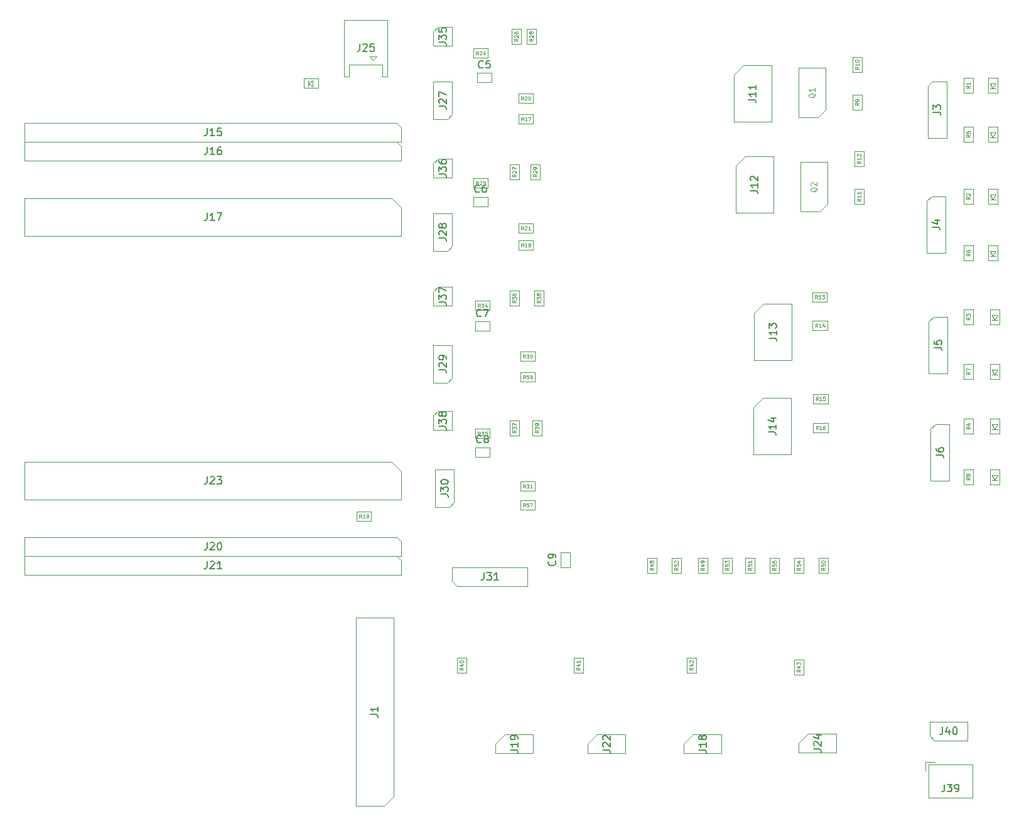
<source format=gbr>
G04 #@! TF.FileFunction,Other,Fab,Top*
%FSLAX46Y46*%
G04 Gerber Fmt 4.6, Leading zero omitted, Abs format (unit mm)*
G04 Created by KiCad (PCBNEW 4.0.7) date 11/06/17 02:09:47*
%MOMM*%
%LPD*%
G01*
G04 APERTURE LIST*
%ADD10C,0.100000*%
%ADD11C,0.150000*%
%ADD12C,0.120000*%
%ADD13C,0.075000*%
G04 APERTURE END LIST*
D10*
X87646000Y-33640000D02*
X87646000Y-32400000D01*
X89646000Y-33640000D02*
X87646000Y-33640000D01*
X89646000Y-32400000D02*
X89646000Y-33640000D01*
X87646000Y-32400000D02*
X89646000Y-32400000D01*
X87138000Y-50404000D02*
X87138000Y-49164000D01*
X89138000Y-50404000D02*
X87138000Y-50404000D01*
X89138000Y-49164000D02*
X89138000Y-50404000D01*
X87138000Y-49164000D02*
X89138000Y-49164000D01*
X87392000Y-67168000D02*
X87392000Y-65928000D01*
X89392000Y-67168000D02*
X87392000Y-67168000D01*
X89392000Y-65928000D02*
X89392000Y-67168000D01*
X87392000Y-65928000D02*
X89392000Y-65928000D01*
X87392000Y-84186000D02*
X87392000Y-82946000D01*
X89392000Y-84186000D02*
X87392000Y-84186000D01*
X89392000Y-82946000D02*
X89392000Y-84186000D01*
X87392000Y-82946000D02*
X89392000Y-82946000D01*
X100188000Y-99044000D02*
X98948000Y-99044000D01*
X100188000Y-97044000D02*
X100188000Y-99044000D01*
X98948000Y-97044000D02*
X100188000Y-97044000D01*
X98948000Y-99044000D02*
X98948000Y-97044000D01*
X156826000Y-34436000D02*
X157626000Y-34436000D01*
X157226000Y-34436000D02*
X156826000Y-33836000D01*
X157626000Y-33836000D02*
X157226000Y-34436000D01*
X156826000Y-33836000D02*
X157626000Y-33836000D01*
X157846000Y-35036000D02*
X156606000Y-35036000D01*
X157846000Y-33036000D02*
X157846000Y-35036000D01*
X156606000Y-33036000D02*
X157846000Y-33036000D01*
X156606000Y-35036000D02*
X156606000Y-33036000D01*
X156826000Y-49422000D02*
X157626000Y-49422000D01*
X157226000Y-49422000D02*
X156826000Y-48822000D01*
X157626000Y-48822000D02*
X157226000Y-49422000D01*
X156826000Y-48822000D02*
X157626000Y-48822000D01*
X157846000Y-50022000D02*
X156606000Y-50022000D01*
X157846000Y-48022000D02*
X157846000Y-50022000D01*
X156606000Y-48022000D02*
X157846000Y-48022000D01*
X156606000Y-50022000D02*
X156606000Y-48022000D01*
X157080000Y-65678000D02*
X157880000Y-65678000D01*
X157480000Y-65678000D02*
X157080000Y-65078000D01*
X157880000Y-65078000D02*
X157480000Y-65678000D01*
X157080000Y-65078000D02*
X157880000Y-65078000D01*
X158100000Y-66278000D02*
X156860000Y-66278000D01*
X158100000Y-64278000D02*
X158100000Y-66278000D01*
X156860000Y-64278000D02*
X158100000Y-64278000D01*
X156860000Y-66278000D02*
X156860000Y-64278000D01*
X157080000Y-80410000D02*
X157880000Y-80410000D01*
X157480000Y-80410000D02*
X157080000Y-79810000D01*
X157880000Y-79810000D02*
X157480000Y-80410000D01*
X157080000Y-79810000D02*
X157880000Y-79810000D01*
X158100000Y-81010000D02*
X156860000Y-81010000D01*
X158100000Y-79010000D02*
X158100000Y-81010000D01*
X156860000Y-79010000D02*
X158100000Y-79010000D01*
X156860000Y-81010000D02*
X156860000Y-79010000D01*
X156826000Y-41040000D02*
X157626000Y-41040000D01*
X157226000Y-41040000D02*
X156826000Y-40440000D01*
X157626000Y-40440000D02*
X157226000Y-41040000D01*
X156826000Y-40440000D02*
X157626000Y-40440000D01*
X157846000Y-41640000D02*
X156606000Y-41640000D01*
X157846000Y-39640000D02*
X157846000Y-41640000D01*
X156606000Y-39640000D02*
X157846000Y-39640000D01*
X156606000Y-41640000D02*
X156606000Y-39640000D01*
X156826000Y-57042000D02*
X157626000Y-57042000D01*
X157226000Y-57042000D02*
X156826000Y-56442000D01*
X157626000Y-56442000D02*
X157226000Y-57042000D01*
X156826000Y-56442000D02*
X157626000Y-56442000D01*
X157846000Y-57642000D02*
X156606000Y-57642000D01*
X157846000Y-55642000D02*
X157846000Y-57642000D01*
X156606000Y-55642000D02*
X157846000Y-55642000D01*
X156606000Y-57642000D02*
X156606000Y-55642000D01*
X157080000Y-73044000D02*
X157880000Y-73044000D01*
X157480000Y-73044000D02*
X157080000Y-72444000D01*
X157880000Y-72444000D02*
X157480000Y-73044000D01*
X157080000Y-72444000D02*
X157880000Y-72444000D01*
X158100000Y-73644000D02*
X156860000Y-73644000D01*
X158100000Y-71644000D02*
X158100000Y-73644000D01*
X156860000Y-71644000D02*
X158100000Y-71644000D01*
X156860000Y-73644000D02*
X156860000Y-71644000D01*
X157080000Y-87268000D02*
X157880000Y-87268000D01*
X157480000Y-87268000D02*
X157080000Y-86668000D01*
X157880000Y-86668000D02*
X157480000Y-87268000D01*
X157080000Y-86668000D02*
X157880000Y-86668000D01*
X158100000Y-87868000D02*
X156860000Y-87868000D01*
X158100000Y-85868000D02*
X158100000Y-87868000D01*
X156860000Y-85868000D02*
X158100000Y-85868000D01*
X156860000Y-87868000D02*
X156860000Y-85868000D01*
X75120500Y-131254500D02*
X71310500Y-131254500D01*
X71310500Y-131254500D02*
X71310500Y-105854500D01*
X71310500Y-105854500D02*
X76390500Y-105854500D01*
X76390500Y-105854500D02*
X76390500Y-129984500D01*
X76390500Y-129984500D02*
X75120500Y-131254500D01*
X149098000Y-33528000D02*
X151003000Y-33528000D01*
X151003000Y-33528000D02*
X151003000Y-41148000D01*
X151003000Y-41148000D02*
X148463000Y-41148000D01*
X148463000Y-41148000D02*
X148463000Y-34163000D01*
X148463000Y-34163000D02*
X149098000Y-33528000D01*
X148971000Y-49022000D02*
X150876000Y-49022000D01*
X150876000Y-49022000D02*
X150876000Y-56642000D01*
X150876000Y-56642000D02*
X148336000Y-56642000D01*
X148336000Y-56642000D02*
X148336000Y-49657000D01*
X148336000Y-49657000D02*
X148971000Y-49022000D01*
X149225000Y-65278000D02*
X151130000Y-65278000D01*
X151130000Y-65278000D02*
X151130000Y-72898000D01*
X151130000Y-72898000D02*
X148590000Y-72898000D01*
X148590000Y-72898000D02*
X148590000Y-65913000D01*
X148590000Y-65913000D02*
X149225000Y-65278000D01*
X149479000Y-79756000D02*
X151384000Y-79756000D01*
X151384000Y-79756000D02*
X151384000Y-87376000D01*
X151384000Y-87376000D02*
X148844000Y-87376000D01*
X148844000Y-87376000D02*
X148844000Y-80391000D01*
X148844000Y-80391000D02*
X149479000Y-79756000D01*
X123545600Y-31343600D02*
X127355600Y-31343600D01*
X127355600Y-31343600D02*
X127355600Y-38963600D01*
X127355600Y-38963600D02*
X122275600Y-38963600D01*
X122275600Y-38963600D02*
X122275600Y-32613600D01*
X122275600Y-32613600D02*
X123545600Y-31343600D01*
X123799600Y-43637200D02*
X127609600Y-43637200D01*
X127609600Y-43637200D02*
X127609600Y-51257200D01*
X127609600Y-51257200D02*
X122529600Y-51257200D01*
X122529600Y-51257200D02*
X122529600Y-44907200D01*
X122529600Y-44907200D02*
X123799600Y-43637200D01*
X126301500Y-63512700D02*
X130111500Y-63512700D01*
X130111500Y-63512700D02*
X130111500Y-71132700D01*
X130111500Y-71132700D02*
X125031500Y-71132700D01*
X125031500Y-71132700D02*
X125031500Y-64782700D01*
X125031500Y-64782700D02*
X126301500Y-63512700D01*
X126238000Y-76200000D02*
X130048000Y-76200000D01*
X130048000Y-76200000D02*
X130048000Y-83820000D01*
X130048000Y-83820000D02*
X124968000Y-83820000D01*
X124968000Y-83820000D02*
X124968000Y-77470000D01*
X124968000Y-77470000D02*
X126238000Y-76200000D01*
X77470000Y-39751000D02*
X77470000Y-41656000D01*
X77470000Y-41656000D02*
X26670000Y-41656000D01*
X26670000Y-41656000D02*
X26670000Y-39116000D01*
X26670000Y-39116000D02*
X76835000Y-39116000D01*
X76835000Y-39116000D02*
X77470000Y-39751000D01*
X77470000Y-42291000D02*
X77470000Y-44196000D01*
X77470000Y-44196000D02*
X26670000Y-44196000D01*
X26670000Y-44196000D02*
X26670000Y-41656000D01*
X26670000Y-41656000D02*
X76835000Y-41656000D01*
X76835000Y-41656000D02*
X77470000Y-42291000D01*
X77470000Y-50546000D02*
X77470000Y-54356000D01*
X77470000Y-54356000D02*
X26670000Y-54356000D01*
X26670000Y-54356000D02*
X26670000Y-49276000D01*
X26670000Y-49276000D02*
X76200000Y-49276000D01*
X76200000Y-49276000D02*
X77470000Y-50546000D01*
X77470000Y-95631000D02*
X77470000Y-97536000D01*
X77470000Y-97536000D02*
X26670000Y-97536000D01*
X26670000Y-97536000D02*
X26670000Y-94996000D01*
X26670000Y-94996000D02*
X76835000Y-94996000D01*
X76835000Y-94996000D02*
X77470000Y-95631000D01*
X77470000Y-98171000D02*
X77470000Y-100076000D01*
X77470000Y-100076000D02*
X26670000Y-100076000D01*
X26670000Y-100076000D02*
X26670000Y-97536000D01*
X26670000Y-97536000D02*
X76835000Y-97536000D01*
X76835000Y-97536000D02*
X77470000Y-98171000D01*
X77470000Y-86106000D02*
X77470000Y-89916000D01*
X77470000Y-89916000D02*
X26670000Y-89916000D01*
X26670000Y-89916000D02*
X26670000Y-84836000D01*
X26670000Y-84836000D02*
X76200000Y-84836000D01*
X76200000Y-84836000D02*
X77470000Y-86106000D01*
X74910000Y-31246000D02*
X74910000Y-32846000D01*
X74910000Y-32846000D02*
X75610000Y-32846000D01*
X75610000Y-32846000D02*
X75610000Y-25246000D01*
X75610000Y-25246000D02*
X69710000Y-25246000D01*
X69710000Y-25246000D02*
X69710000Y-32846000D01*
X69710000Y-32846000D02*
X70410000Y-32846000D01*
X70410000Y-32846000D02*
X70410000Y-31246000D01*
X70410000Y-31246000D02*
X74910000Y-31246000D01*
X73660000Y-30646000D02*
X74160000Y-30146000D01*
X74160000Y-30146000D02*
X73160000Y-30146000D01*
X73160000Y-30146000D02*
X73660000Y-30646000D01*
X83693000Y-38608000D02*
X81788000Y-38608000D01*
X81788000Y-38608000D02*
X81788000Y-33528000D01*
X81788000Y-33528000D02*
X84328000Y-33528000D01*
X84328000Y-33528000D02*
X84328000Y-37973000D01*
X84328000Y-37973000D02*
X83693000Y-38608000D01*
X83693000Y-56388000D02*
X81788000Y-56388000D01*
X81788000Y-56388000D02*
X81788000Y-51308000D01*
X81788000Y-51308000D02*
X84328000Y-51308000D01*
X84328000Y-51308000D02*
X84328000Y-55753000D01*
X84328000Y-55753000D02*
X83693000Y-56388000D01*
X83693000Y-74168000D02*
X81788000Y-74168000D01*
X81788000Y-74168000D02*
X81788000Y-69088000D01*
X81788000Y-69088000D02*
X84328000Y-69088000D01*
X84328000Y-69088000D02*
X84328000Y-73533000D01*
X84328000Y-73533000D02*
X83693000Y-74168000D01*
X83947000Y-90932000D02*
X82042000Y-90932000D01*
X82042000Y-90932000D02*
X82042000Y-85852000D01*
X82042000Y-85852000D02*
X84582000Y-85852000D01*
X84582000Y-85852000D02*
X84582000Y-90297000D01*
X84582000Y-90297000D02*
X83947000Y-90932000D01*
X84328000Y-100965000D02*
X84328000Y-99060000D01*
X84328000Y-99060000D02*
X94488000Y-99060000D01*
X94488000Y-99060000D02*
X94488000Y-101600000D01*
X94488000Y-101600000D02*
X84963000Y-101600000D01*
X84963000Y-101600000D02*
X84328000Y-100965000D01*
X134692000Y-37352000D02*
X133642000Y-38402000D01*
X134692000Y-37352000D02*
X134692000Y-31702000D01*
X133642000Y-38402000D02*
X130992000Y-38402000D01*
X134692000Y-31702000D02*
X130992000Y-31702000D01*
X130992000Y-38402000D02*
X130992000Y-31702000D01*
X134946000Y-50052000D02*
X133896000Y-51102000D01*
X134946000Y-50052000D02*
X134946000Y-44402000D01*
X133896000Y-51102000D02*
X131246000Y-51102000D01*
X134946000Y-44402000D02*
X131246000Y-44402000D01*
X131246000Y-51102000D02*
X131246000Y-44402000D01*
X153304000Y-33036000D02*
X154544000Y-33036000D01*
X153304000Y-35036000D02*
X153304000Y-33036000D01*
X154544000Y-35036000D02*
X153304000Y-35036000D01*
X154544000Y-33036000D02*
X154544000Y-35036000D01*
X153304000Y-48022000D02*
X154544000Y-48022000D01*
X153304000Y-50022000D02*
X153304000Y-48022000D01*
X154544000Y-50022000D02*
X153304000Y-50022000D01*
X154544000Y-48022000D02*
X154544000Y-50022000D01*
X153304000Y-64278000D02*
X154544000Y-64278000D01*
X153304000Y-66278000D02*
X153304000Y-64278000D01*
X154544000Y-66278000D02*
X153304000Y-66278000D01*
X154544000Y-64278000D02*
X154544000Y-66278000D01*
X153304000Y-79010000D02*
X154544000Y-79010000D01*
X153304000Y-81010000D02*
X153304000Y-79010000D01*
X154544000Y-81010000D02*
X153304000Y-81010000D01*
X154544000Y-79010000D02*
X154544000Y-81010000D01*
X153304000Y-39640000D02*
X154544000Y-39640000D01*
X153304000Y-41640000D02*
X153304000Y-39640000D01*
X154544000Y-41640000D02*
X153304000Y-41640000D01*
X154544000Y-39640000D02*
X154544000Y-41640000D01*
X153304000Y-55642000D02*
X154544000Y-55642000D01*
X153304000Y-57642000D02*
X153304000Y-55642000D01*
X154544000Y-57642000D02*
X153304000Y-57642000D01*
X154544000Y-55642000D02*
X154544000Y-57642000D01*
X153304000Y-71644000D02*
X154544000Y-71644000D01*
X153304000Y-73644000D02*
X153304000Y-71644000D01*
X154544000Y-73644000D02*
X153304000Y-73644000D01*
X154544000Y-71644000D02*
X154544000Y-73644000D01*
X153304000Y-85868000D02*
X154544000Y-85868000D01*
X153304000Y-87868000D02*
X153304000Y-85868000D01*
X154544000Y-87868000D02*
X153304000Y-87868000D01*
X154544000Y-85868000D02*
X154544000Y-87868000D01*
X139558000Y-37322000D02*
X138318000Y-37322000D01*
X139558000Y-35322000D02*
X139558000Y-37322000D01*
X138318000Y-35322000D02*
X139558000Y-35322000D01*
X138318000Y-37322000D02*
X138318000Y-35322000D01*
X138318000Y-30242000D02*
X139558000Y-30242000D01*
X138318000Y-32242000D02*
X138318000Y-30242000D01*
X139558000Y-32242000D02*
X138318000Y-32242000D01*
X139558000Y-30242000D02*
X139558000Y-32242000D01*
X139812000Y-50022000D02*
X138572000Y-50022000D01*
X139812000Y-48022000D02*
X139812000Y-50022000D01*
X138572000Y-48022000D02*
X139812000Y-48022000D01*
X138572000Y-50022000D02*
X138572000Y-48022000D01*
X138572000Y-42942000D02*
X139812000Y-42942000D01*
X138572000Y-44942000D02*
X138572000Y-42942000D01*
X139812000Y-44942000D02*
X138572000Y-44942000D01*
X139812000Y-42942000D02*
X139812000Y-44942000D01*
X134858000Y-61991000D02*
X134858000Y-63231000D01*
X132858000Y-61991000D02*
X134858000Y-61991000D01*
X132858000Y-63231000D02*
X132858000Y-61991000D01*
X134858000Y-63231000D02*
X132858000Y-63231000D01*
X132921500Y-67079100D02*
X132921500Y-65839100D01*
X134921500Y-67079100D02*
X132921500Y-67079100D01*
X134921500Y-65839100D02*
X134921500Y-67079100D01*
X132921500Y-65839100D02*
X134921500Y-65839100D01*
X134985000Y-75707000D02*
X134985000Y-76947000D01*
X132985000Y-75707000D02*
X134985000Y-75707000D01*
X132985000Y-76947000D02*
X132985000Y-75707000D01*
X134985000Y-76947000D02*
X132985000Y-76947000D01*
X132985000Y-80884000D02*
X132985000Y-79644000D01*
X134985000Y-80884000D02*
X132985000Y-80884000D01*
X134985000Y-79644000D02*
X134985000Y-80884000D01*
X132985000Y-79644000D02*
X134985000Y-79644000D01*
X71390000Y-92822000D02*
X71390000Y-91582000D01*
X73390000Y-92822000D02*
X71390000Y-92822000D01*
X73390000Y-91582000D02*
X73390000Y-92822000D01*
X71390000Y-91582000D02*
X73390000Y-91582000D01*
X93234000Y-36434000D02*
X93234000Y-35194000D01*
X95234000Y-36434000D02*
X93234000Y-36434000D01*
X95234000Y-35194000D02*
X95234000Y-36434000D01*
X93234000Y-35194000D02*
X95234000Y-35194000D01*
X93234000Y-53960000D02*
X93234000Y-52720000D01*
X95234000Y-53960000D02*
X93234000Y-53960000D01*
X95234000Y-52720000D02*
X95234000Y-53960000D01*
X93234000Y-52720000D02*
X95234000Y-52720000D01*
X89138000Y-29098000D02*
X89138000Y-30338000D01*
X87138000Y-29098000D02*
X89138000Y-29098000D01*
X87138000Y-30338000D02*
X87138000Y-29098000D01*
X89138000Y-30338000D02*
X87138000Y-30338000D01*
X89138000Y-46624000D02*
X89138000Y-47864000D01*
X87138000Y-46624000D02*
X89138000Y-46624000D01*
X87138000Y-47864000D02*
X87138000Y-46624000D01*
X89138000Y-47864000D02*
X87138000Y-47864000D01*
X93584000Y-28432000D02*
X92344000Y-28432000D01*
X93584000Y-26432000D02*
X93584000Y-28432000D01*
X92344000Y-26432000D02*
X93584000Y-26432000D01*
X92344000Y-28432000D02*
X92344000Y-26432000D01*
X93330000Y-46720000D02*
X92090000Y-46720000D01*
X93330000Y-44720000D02*
X93330000Y-46720000D01*
X92090000Y-44720000D02*
X93330000Y-44720000D01*
X92090000Y-46720000D02*
X92090000Y-44720000D01*
X95616000Y-28432000D02*
X94376000Y-28432000D01*
X95616000Y-26432000D02*
X95616000Y-28432000D01*
X94376000Y-26432000D02*
X95616000Y-26432000D01*
X94376000Y-28432000D02*
X94376000Y-26432000D01*
X96124000Y-46720000D02*
X94884000Y-46720000D01*
X96124000Y-44720000D02*
X96124000Y-46720000D01*
X94884000Y-44720000D02*
X96124000Y-44720000D01*
X94884000Y-46720000D02*
X94884000Y-44720000D01*
X93488000Y-71232000D02*
X93488000Y-69992000D01*
X95488000Y-71232000D02*
X93488000Y-71232000D01*
X95488000Y-69992000D02*
X95488000Y-71232000D01*
X93488000Y-69992000D02*
X95488000Y-69992000D01*
X93488000Y-88758000D02*
X93488000Y-87518000D01*
X95488000Y-88758000D02*
X93488000Y-88758000D01*
X95488000Y-87518000D02*
X95488000Y-88758000D01*
X93488000Y-87518000D02*
X95488000Y-87518000D01*
X89392000Y-63134000D02*
X89392000Y-64374000D01*
X87392000Y-63134000D02*
X89392000Y-63134000D01*
X87392000Y-64374000D02*
X87392000Y-63134000D01*
X89392000Y-64374000D02*
X87392000Y-64374000D01*
X89392000Y-80406000D02*
X89392000Y-81646000D01*
X87392000Y-80406000D02*
X89392000Y-80406000D01*
X87392000Y-81646000D02*
X87392000Y-80406000D01*
X89392000Y-81646000D02*
X87392000Y-81646000D01*
X93330000Y-63738000D02*
X92090000Y-63738000D01*
X93330000Y-61738000D02*
X93330000Y-63738000D01*
X92090000Y-61738000D02*
X93330000Y-61738000D01*
X92090000Y-63738000D02*
X92090000Y-61738000D01*
X93330000Y-81264000D02*
X92090000Y-81264000D01*
X93330000Y-79264000D02*
X93330000Y-81264000D01*
X92090000Y-79264000D02*
X93330000Y-79264000D01*
X92090000Y-81264000D02*
X92090000Y-79264000D01*
X96632000Y-63738000D02*
X95392000Y-63738000D01*
X96632000Y-61738000D02*
X96632000Y-63738000D01*
X95392000Y-61738000D02*
X96632000Y-61738000D01*
X95392000Y-63738000D02*
X95392000Y-61738000D01*
X96378000Y-81264000D02*
X95138000Y-81264000D01*
X96378000Y-79264000D02*
X96378000Y-81264000D01*
X95138000Y-79264000D02*
X96378000Y-79264000D01*
X95138000Y-81264000D02*
X95138000Y-79264000D01*
X86218000Y-113268000D02*
X84978000Y-113268000D01*
X86218000Y-111268000D02*
X86218000Y-113268000D01*
X84978000Y-111268000D02*
X86218000Y-111268000D01*
X84978000Y-113268000D02*
X84978000Y-111268000D01*
X101966000Y-113268000D02*
X100726000Y-113268000D01*
X101966000Y-111268000D02*
X101966000Y-113268000D01*
X100726000Y-111268000D02*
X101966000Y-111268000D01*
X100726000Y-113268000D02*
X100726000Y-111268000D01*
X117206000Y-113268000D02*
X115966000Y-113268000D01*
X117206000Y-111268000D02*
X117206000Y-113268000D01*
X115966000Y-111268000D02*
X117206000Y-111268000D01*
X115966000Y-113268000D02*
X115966000Y-111268000D01*
X131684000Y-113522000D02*
X130444000Y-113522000D01*
X131684000Y-111522000D02*
X131684000Y-113522000D01*
X130444000Y-111522000D02*
X131684000Y-111522000D01*
X130444000Y-113522000D02*
X130444000Y-111522000D01*
X110632000Y-97806000D02*
X111872000Y-97806000D01*
X110632000Y-99806000D02*
X110632000Y-97806000D01*
X111872000Y-99806000D02*
X110632000Y-99806000D01*
X111872000Y-97806000D02*
X111872000Y-99806000D01*
X117490000Y-97806000D02*
X118730000Y-97806000D01*
X117490000Y-99806000D02*
X117490000Y-97806000D01*
X118730000Y-99806000D02*
X117490000Y-99806000D01*
X118730000Y-97806000D02*
X118730000Y-99806000D01*
X133746000Y-97806000D02*
X134986000Y-97806000D01*
X133746000Y-99806000D02*
X133746000Y-97806000D01*
X134986000Y-99806000D02*
X133746000Y-99806000D01*
X134986000Y-97806000D02*
X134986000Y-99806000D01*
X123840000Y-97806000D02*
X125080000Y-97806000D01*
X123840000Y-99806000D02*
X123840000Y-97806000D01*
X125080000Y-99806000D02*
X123840000Y-99806000D01*
X125080000Y-97806000D02*
X125080000Y-99806000D01*
X115174000Y-99806000D02*
X113934000Y-99806000D01*
X115174000Y-97806000D02*
X115174000Y-99806000D01*
X113934000Y-97806000D02*
X115174000Y-97806000D01*
X113934000Y-99806000D02*
X113934000Y-97806000D01*
X122032000Y-99806000D02*
X120792000Y-99806000D01*
X122032000Y-97806000D02*
X122032000Y-99806000D01*
X120792000Y-97806000D02*
X122032000Y-97806000D01*
X120792000Y-99806000D02*
X120792000Y-97806000D01*
X131684000Y-99806000D02*
X130444000Y-99806000D01*
X131684000Y-97806000D02*
X131684000Y-99806000D01*
X130444000Y-97806000D02*
X131684000Y-97806000D01*
X130444000Y-99806000D02*
X130444000Y-97806000D01*
X128382000Y-99806000D02*
X127142000Y-99806000D01*
X128382000Y-97806000D02*
X128382000Y-99806000D01*
X127142000Y-97806000D02*
X128382000Y-97806000D01*
X127142000Y-99806000D02*
X127142000Y-97806000D01*
X93234000Y-39228000D02*
X93234000Y-37988000D01*
X95234000Y-39228000D02*
X93234000Y-39228000D01*
X95234000Y-37988000D02*
X95234000Y-39228000D01*
X93234000Y-37988000D02*
X95234000Y-37988000D01*
X93234000Y-56246000D02*
X93234000Y-55006000D01*
X95234000Y-56246000D02*
X93234000Y-56246000D01*
X95234000Y-55006000D02*
X95234000Y-56246000D01*
X93234000Y-55006000D02*
X95234000Y-55006000D01*
X93488000Y-74026000D02*
X93488000Y-72786000D01*
X95488000Y-74026000D02*
X93488000Y-74026000D01*
X95488000Y-72786000D02*
X95488000Y-74026000D01*
X93488000Y-72786000D02*
X95488000Y-72786000D01*
X93488000Y-91298000D02*
X93488000Y-90058000D01*
X95488000Y-91298000D02*
X93488000Y-91298000D01*
X95488000Y-90058000D02*
X95488000Y-91298000D01*
X93488000Y-90058000D02*
X95488000Y-90058000D01*
X116840000Y-121602500D02*
X120650000Y-121602500D01*
X120650000Y-121602500D02*
X120650000Y-124142500D01*
X120650000Y-124142500D02*
X115570000Y-124142500D01*
X115570000Y-124142500D02*
X115570000Y-122872500D01*
X115570000Y-122872500D02*
X116840000Y-121602500D01*
X91440000Y-121602500D02*
X95250000Y-121602500D01*
X95250000Y-121602500D02*
X95250000Y-124142500D01*
X95250000Y-124142500D02*
X90170000Y-124142500D01*
X90170000Y-124142500D02*
X90170000Y-122872500D01*
X90170000Y-122872500D02*
X91440000Y-121602500D01*
X103886000Y-121602500D02*
X107696000Y-121602500D01*
X107696000Y-121602500D02*
X107696000Y-124142500D01*
X107696000Y-124142500D02*
X102616000Y-124142500D01*
X102616000Y-124142500D02*
X102616000Y-122872500D01*
X102616000Y-122872500D02*
X103886000Y-121602500D01*
X132334000Y-121475500D02*
X136144000Y-121475500D01*
X136144000Y-121475500D02*
X136144000Y-124015500D01*
X136144000Y-124015500D02*
X131064000Y-124015500D01*
X131064000Y-124015500D02*
X131064000Y-122745500D01*
X131064000Y-122745500D02*
X132334000Y-121475500D01*
X82423000Y-26162000D02*
X84328000Y-26162000D01*
X84328000Y-26162000D02*
X84328000Y-28702000D01*
X84328000Y-28702000D02*
X81788000Y-28702000D01*
X81788000Y-28702000D02*
X81788000Y-26797000D01*
X81788000Y-26797000D02*
X82423000Y-26162000D01*
X82423000Y-43942000D02*
X84328000Y-43942000D01*
X84328000Y-43942000D02*
X84328000Y-46482000D01*
X84328000Y-46482000D02*
X81788000Y-46482000D01*
X81788000Y-46482000D02*
X81788000Y-44577000D01*
X81788000Y-44577000D02*
X82423000Y-43942000D01*
X82423000Y-61214000D02*
X84328000Y-61214000D01*
X84328000Y-61214000D02*
X84328000Y-63754000D01*
X84328000Y-63754000D02*
X81788000Y-63754000D01*
X81788000Y-63754000D02*
X81788000Y-61849000D01*
X81788000Y-61849000D02*
X82423000Y-61214000D01*
X82423000Y-77978000D02*
X84328000Y-77978000D01*
X84328000Y-77978000D02*
X84328000Y-80518000D01*
X84328000Y-80518000D02*
X81788000Y-80518000D01*
X81788000Y-80518000D02*
X81788000Y-78613000D01*
X81788000Y-78613000D02*
X82423000Y-77978000D01*
X149395000Y-125281000D02*
X148145000Y-125281000D01*
X148145000Y-125281000D02*
X148145000Y-126531000D01*
X148545000Y-125681000D02*
X148545000Y-130181000D01*
X148545000Y-130181000D02*
X154445000Y-130181000D01*
X154445000Y-130181000D02*
X154445000Y-125681000D01*
X154445000Y-125681000D02*
X148545000Y-125681000D01*
X148717000Y-121793000D02*
X148717000Y-119888000D01*
X148717000Y-119888000D02*
X153797000Y-119888000D01*
X153797000Y-119888000D02*
X153797000Y-122428000D01*
X153797000Y-122428000D02*
X149352000Y-122428000D01*
X149352000Y-122428000D02*
X148717000Y-121793000D01*
X64878000Y-33382000D02*
X64878000Y-34182000D01*
X64878000Y-33782000D02*
X65478000Y-33382000D01*
X65478000Y-34182000D02*
X64878000Y-33782000D01*
X65478000Y-33382000D02*
X65478000Y-34182000D01*
X64278000Y-34402000D02*
X64278000Y-33162000D01*
X66278000Y-34402000D02*
X64278000Y-34402000D01*
X66278000Y-33162000D02*
X66278000Y-34402000D01*
X64278000Y-33162000D02*
X66278000Y-33162000D01*
D11*
X88479334Y-31627143D02*
X88431715Y-31674762D01*
X88288858Y-31722381D01*
X88193620Y-31722381D01*
X88050762Y-31674762D01*
X87955524Y-31579524D01*
X87907905Y-31484286D01*
X87860286Y-31293810D01*
X87860286Y-31150952D01*
X87907905Y-30960476D01*
X87955524Y-30865238D01*
X88050762Y-30770000D01*
X88193620Y-30722381D01*
X88288858Y-30722381D01*
X88431715Y-30770000D01*
X88479334Y-30817619D01*
X89384096Y-30722381D02*
X88907905Y-30722381D01*
X88860286Y-31198571D01*
X88907905Y-31150952D01*
X89003143Y-31103333D01*
X89241239Y-31103333D01*
X89336477Y-31150952D01*
X89384096Y-31198571D01*
X89431715Y-31293810D01*
X89431715Y-31531905D01*
X89384096Y-31627143D01*
X89336477Y-31674762D01*
X89241239Y-31722381D01*
X89003143Y-31722381D01*
X88907905Y-31674762D01*
X88860286Y-31627143D01*
X87971334Y-48391143D02*
X87923715Y-48438762D01*
X87780858Y-48486381D01*
X87685620Y-48486381D01*
X87542762Y-48438762D01*
X87447524Y-48343524D01*
X87399905Y-48248286D01*
X87352286Y-48057810D01*
X87352286Y-47914952D01*
X87399905Y-47724476D01*
X87447524Y-47629238D01*
X87542762Y-47534000D01*
X87685620Y-47486381D01*
X87780858Y-47486381D01*
X87923715Y-47534000D01*
X87971334Y-47581619D01*
X88828477Y-47486381D02*
X88638000Y-47486381D01*
X88542762Y-47534000D01*
X88495143Y-47581619D01*
X88399905Y-47724476D01*
X88352286Y-47914952D01*
X88352286Y-48295905D01*
X88399905Y-48391143D01*
X88447524Y-48438762D01*
X88542762Y-48486381D01*
X88733239Y-48486381D01*
X88828477Y-48438762D01*
X88876096Y-48391143D01*
X88923715Y-48295905D01*
X88923715Y-48057810D01*
X88876096Y-47962571D01*
X88828477Y-47914952D01*
X88733239Y-47867333D01*
X88542762Y-47867333D01*
X88447524Y-47914952D01*
X88399905Y-47962571D01*
X88352286Y-48057810D01*
X88225334Y-65155143D02*
X88177715Y-65202762D01*
X88034858Y-65250381D01*
X87939620Y-65250381D01*
X87796762Y-65202762D01*
X87701524Y-65107524D01*
X87653905Y-65012286D01*
X87606286Y-64821810D01*
X87606286Y-64678952D01*
X87653905Y-64488476D01*
X87701524Y-64393238D01*
X87796762Y-64298000D01*
X87939620Y-64250381D01*
X88034858Y-64250381D01*
X88177715Y-64298000D01*
X88225334Y-64345619D01*
X88558667Y-64250381D02*
X89225334Y-64250381D01*
X88796762Y-65250381D01*
X88225334Y-82173143D02*
X88177715Y-82220762D01*
X88034858Y-82268381D01*
X87939620Y-82268381D01*
X87796762Y-82220762D01*
X87701524Y-82125524D01*
X87653905Y-82030286D01*
X87606286Y-81839810D01*
X87606286Y-81696952D01*
X87653905Y-81506476D01*
X87701524Y-81411238D01*
X87796762Y-81316000D01*
X87939620Y-81268381D01*
X88034858Y-81268381D01*
X88177715Y-81316000D01*
X88225334Y-81363619D01*
X88796762Y-81696952D02*
X88701524Y-81649333D01*
X88653905Y-81601714D01*
X88606286Y-81506476D01*
X88606286Y-81458857D01*
X88653905Y-81363619D01*
X88701524Y-81316000D01*
X88796762Y-81268381D01*
X88987239Y-81268381D01*
X89082477Y-81316000D01*
X89130096Y-81363619D01*
X89177715Y-81458857D01*
X89177715Y-81506476D01*
X89130096Y-81601714D01*
X89082477Y-81649333D01*
X88987239Y-81696952D01*
X88796762Y-81696952D01*
X88701524Y-81744571D01*
X88653905Y-81792190D01*
X88606286Y-81887429D01*
X88606286Y-82077905D01*
X88653905Y-82173143D01*
X88701524Y-82220762D01*
X88796762Y-82268381D01*
X88987239Y-82268381D01*
X89082477Y-82220762D01*
X89130096Y-82173143D01*
X89177715Y-82077905D01*
X89177715Y-81887429D01*
X89130096Y-81792190D01*
X89082477Y-81744571D01*
X88987239Y-81696952D01*
X98175143Y-98210666D02*
X98222762Y-98258285D01*
X98270381Y-98401142D01*
X98270381Y-98496380D01*
X98222762Y-98639238D01*
X98127524Y-98734476D01*
X98032286Y-98782095D01*
X97841810Y-98829714D01*
X97698952Y-98829714D01*
X97508476Y-98782095D01*
X97413238Y-98734476D01*
X97318000Y-98639238D01*
X97270381Y-98496380D01*
X97270381Y-98401142D01*
X97318000Y-98258285D01*
X97365619Y-98210666D01*
X98270381Y-97734476D02*
X98270381Y-97544000D01*
X98222762Y-97448761D01*
X98175143Y-97401142D01*
X98032286Y-97305904D01*
X97841810Y-97258285D01*
X97460857Y-97258285D01*
X97365619Y-97305904D01*
X97318000Y-97353523D01*
X97270381Y-97448761D01*
X97270381Y-97639238D01*
X97318000Y-97734476D01*
X97365619Y-97782095D01*
X97460857Y-97829714D01*
X97698952Y-97829714D01*
X97794190Y-97782095D01*
X97841810Y-97734476D01*
X97889429Y-97639238D01*
X97889429Y-97448761D01*
X97841810Y-97353523D01*
X97794190Y-97305904D01*
X97698952Y-97258285D01*
X73302881Y-118887833D02*
X74017167Y-118887833D01*
X74160024Y-118935453D01*
X74255262Y-119030691D01*
X74302881Y-119173548D01*
X74302881Y-119268786D01*
X74302881Y-117887833D02*
X74302881Y-118459262D01*
X74302881Y-118173548D02*
X73302881Y-118173548D01*
X73445738Y-118268786D01*
X73540976Y-118364024D01*
X73588595Y-118459262D01*
X149185381Y-37671333D02*
X149899667Y-37671333D01*
X150042524Y-37718953D01*
X150137762Y-37814191D01*
X150185381Y-37957048D01*
X150185381Y-38052286D01*
X149185381Y-37290381D02*
X149185381Y-36671333D01*
X149566333Y-37004667D01*
X149566333Y-36861809D01*
X149613952Y-36766571D01*
X149661571Y-36718952D01*
X149756810Y-36671333D01*
X149994905Y-36671333D01*
X150090143Y-36718952D01*
X150137762Y-36766571D01*
X150185381Y-36861809D01*
X150185381Y-37147524D01*
X150137762Y-37242762D01*
X150090143Y-37290381D01*
X149058381Y-53165333D02*
X149772667Y-53165333D01*
X149915524Y-53212953D01*
X150010762Y-53308191D01*
X150058381Y-53451048D01*
X150058381Y-53546286D01*
X149391714Y-52260571D02*
X150058381Y-52260571D01*
X149010762Y-52498667D02*
X149725048Y-52736762D01*
X149725048Y-52117714D01*
X149312381Y-69421333D02*
X150026667Y-69421333D01*
X150169524Y-69468953D01*
X150264762Y-69564191D01*
X150312381Y-69707048D01*
X150312381Y-69802286D01*
X149312381Y-68468952D02*
X149312381Y-68945143D01*
X149788571Y-68992762D01*
X149740952Y-68945143D01*
X149693333Y-68849905D01*
X149693333Y-68611809D01*
X149740952Y-68516571D01*
X149788571Y-68468952D01*
X149883810Y-68421333D01*
X150121905Y-68421333D01*
X150217143Y-68468952D01*
X150264762Y-68516571D01*
X150312381Y-68611809D01*
X150312381Y-68849905D01*
X150264762Y-68945143D01*
X150217143Y-68992762D01*
X149566381Y-83899333D02*
X150280667Y-83899333D01*
X150423524Y-83946953D01*
X150518762Y-84042191D01*
X150566381Y-84185048D01*
X150566381Y-84280286D01*
X149566381Y-82994571D02*
X149566381Y-83185048D01*
X149614000Y-83280286D01*
X149661619Y-83327905D01*
X149804476Y-83423143D01*
X149994952Y-83470762D01*
X150375905Y-83470762D01*
X150471143Y-83423143D01*
X150518762Y-83375524D01*
X150566381Y-83280286D01*
X150566381Y-83089809D01*
X150518762Y-82994571D01*
X150471143Y-82946952D01*
X150375905Y-82899333D01*
X150137810Y-82899333D01*
X150042571Y-82946952D01*
X149994952Y-82994571D01*
X149947333Y-83089809D01*
X149947333Y-83280286D01*
X149994952Y-83375524D01*
X150042571Y-83423143D01*
X150137810Y-83470762D01*
X124267981Y-35963123D02*
X124982267Y-35963123D01*
X125125124Y-36010743D01*
X125220362Y-36105981D01*
X125267981Y-36248838D01*
X125267981Y-36344076D01*
X125267981Y-34963123D02*
X125267981Y-35534552D01*
X125267981Y-35248838D02*
X124267981Y-35248838D01*
X124410838Y-35344076D01*
X124506076Y-35439314D01*
X124553695Y-35534552D01*
X125267981Y-34010742D02*
X125267981Y-34582171D01*
X125267981Y-34296457D02*
X124267981Y-34296457D01*
X124410838Y-34391695D01*
X124506076Y-34486933D01*
X124553695Y-34582171D01*
X124521981Y-48256723D02*
X125236267Y-48256723D01*
X125379124Y-48304343D01*
X125474362Y-48399581D01*
X125521981Y-48542438D01*
X125521981Y-48637676D01*
X125521981Y-47256723D02*
X125521981Y-47828152D01*
X125521981Y-47542438D02*
X124521981Y-47542438D01*
X124664838Y-47637676D01*
X124760076Y-47732914D01*
X124807695Y-47828152D01*
X124617219Y-46875771D02*
X124569600Y-46828152D01*
X124521981Y-46732914D01*
X124521981Y-46494818D01*
X124569600Y-46399580D01*
X124617219Y-46351961D01*
X124712457Y-46304342D01*
X124807695Y-46304342D01*
X124950552Y-46351961D01*
X125521981Y-46923390D01*
X125521981Y-46304342D01*
X127023881Y-68132223D02*
X127738167Y-68132223D01*
X127881024Y-68179843D01*
X127976262Y-68275081D01*
X128023881Y-68417938D01*
X128023881Y-68513176D01*
X128023881Y-67132223D02*
X128023881Y-67703652D01*
X128023881Y-67417938D02*
X127023881Y-67417938D01*
X127166738Y-67513176D01*
X127261976Y-67608414D01*
X127309595Y-67703652D01*
X127023881Y-66798890D02*
X127023881Y-66179842D01*
X127404833Y-66513176D01*
X127404833Y-66370318D01*
X127452452Y-66275080D01*
X127500071Y-66227461D01*
X127595310Y-66179842D01*
X127833405Y-66179842D01*
X127928643Y-66227461D01*
X127976262Y-66275080D01*
X128023881Y-66370318D01*
X128023881Y-66656033D01*
X127976262Y-66751271D01*
X127928643Y-66798890D01*
X126960381Y-80819523D02*
X127674667Y-80819523D01*
X127817524Y-80867143D01*
X127912762Y-80962381D01*
X127960381Y-81105238D01*
X127960381Y-81200476D01*
X127960381Y-79819523D02*
X127960381Y-80390952D01*
X127960381Y-80105238D02*
X126960381Y-80105238D01*
X127103238Y-80200476D01*
X127198476Y-80295714D01*
X127246095Y-80390952D01*
X127293714Y-78962380D02*
X127960381Y-78962380D01*
X126912762Y-79200476D02*
X127627048Y-79438571D01*
X127627048Y-78819523D01*
X51260477Y-39838381D02*
X51260477Y-40552667D01*
X51212857Y-40695524D01*
X51117619Y-40790762D01*
X50974762Y-40838381D01*
X50879524Y-40838381D01*
X52260477Y-40838381D02*
X51689048Y-40838381D01*
X51974762Y-40838381D02*
X51974762Y-39838381D01*
X51879524Y-39981238D01*
X51784286Y-40076476D01*
X51689048Y-40124095D01*
X53165239Y-39838381D02*
X52689048Y-39838381D01*
X52641429Y-40314571D01*
X52689048Y-40266952D01*
X52784286Y-40219333D01*
X53022382Y-40219333D01*
X53117620Y-40266952D01*
X53165239Y-40314571D01*
X53212858Y-40409810D01*
X53212858Y-40647905D01*
X53165239Y-40743143D01*
X53117620Y-40790762D01*
X53022382Y-40838381D01*
X52784286Y-40838381D01*
X52689048Y-40790762D01*
X52641429Y-40743143D01*
X51260477Y-42378381D02*
X51260477Y-43092667D01*
X51212857Y-43235524D01*
X51117619Y-43330762D01*
X50974762Y-43378381D01*
X50879524Y-43378381D01*
X52260477Y-43378381D02*
X51689048Y-43378381D01*
X51974762Y-43378381D02*
X51974762Y-42378381D01*
X51879524Y-42521238D01*
X51784286Y-42616476D01*
X51689048Y-42664095D01*
X53117620Y-42378381D02*
X52927143Y-42378381D01*
X52831905Y-42426000D01*
X52784286Y-42473619D01*
X52689048Y-42616476D01*
X52641429Y-42806952D01*
X52641429Y-43187905D01*
X52689048Y-43283143D01*
X52736667Y-43330762D01*
X52831905Y-43378381D01*
X53022382Y-43378381D01*
X53117620Y-43330762D01*
X53165239Y-43283143D01*
X53212858Y-43187905D01*
X53212858Y-42949810D01*
X53165239Y-42854571D01*
X53117620Y-42806952D01*
X53022382Y-42759333D01*
X52831905Y-42759333D01*
X52736667Y-42806952D01*
X52689048Y-42854571D01*
X52641429Y-42949810D01*
X51260477Y-51268381D02*
X51260477Y-51982667D01*
X51212857Y-52125524D01*
X51117619Y-52220762D01*
X50974762Y-52268381D01*
X50879524Y-52268381D01*
X52260477Y-52268381D02*
X51689048Y-52268381D01*
X51974762Y-52268381D02*
X51974762Y-51268381D01*
X51879524Y-51411238D01*
X51784286Y-51506476D01*
X51689048Y-51554095D01*
X52593810Y-51268381D02*
X53260477Y-51268381D01*
X52831905Y-52268381D01*
X51260477Y-95718381D02*
X51260477Y-96432667D01*
X51212857Y-96575524D01*
X51117619Y-96670762D01*
X50974762Y-96718381D01*
X50879524Y-96718381D01*
X51689048Y-95813619D02*
X51736667Y-95766000D01*
X51831905Y-95718381D01*
X52070001Y-95718381D01*
X52165239Y-95766000D01*
X52212858Y-95813619D01*
X52260477Y-95908857D01*
X52260477Y-96004095D01*
X52212858Y-96146952D01*
X51641429Y-96718381D01*
X52260477Y-96718381D01*
X52879524Y-95718381D02*
X52974763Y-95718381D01*
X53070001Y-95766000D01*
X53117620Y-95813619D01*
X53165239Y-95908857D01*
X53212858Y-96099333D01*
X53212858Y-96337429D01*
X53165239Y-96527905D01*
X53117620Y-96623143D01*
X53070001Y-96670762D01*
X52974763Y-96718381D01*
X52879524Y-96718381D01*
X52784286Y-96670762D01*
X52736667Y-96623143D01*
X52689048Y-96527905D01*
X52641429Y-96337429D01*
X52641429Y-96099333D01*
X52689048Y-95908857D01*
X52736667Y-95813619D01*
X52784286Y-95766000D01*
X52879524Y-95718381D01*
X51260477Y-98258381D02*
X51260477Y-98972667D01*
X51212857Y-99115524D01*
X51117619Y-99210762D01*
X50974762Y-99258381D01*
X50879524Y-99258381D01*
X51689048Y-98353619D02*
X51736667Y-98306000D01*
X51831905Y-98258381D01*
X52070001Y-98258381D01*
X52165239Y-98306000D01*
X52212858Y-98353619D01*
X52260477Y-98448857D01*
X52260477Y-98544095D01*
X52212858Y-98686952D01*
X51641429Y-99258381D01*
X52260477Y-99258381D01*
X53212858Y-99258381D02*
X52641429Y-99258381D01*
X52927143Y-99258381D02*
X52927143Y-98258381D01*
X52831905Y-98401238D01*
X52736667Y-98496476D01*
X52641429Y-98544095D01*
X51260477Y-86828381D02*
X51260477Y-87542667D01*
X51212857Y-87685524D01*
X51117619Y-87780762D01*
X50974762Y-87828381D01*
X50879524Y-87828381D01*
X51689048Y-86923619D02*
X51736667Y-86876000D01*
X51831905Y-86828381D01*
X52070001Y-86828381D01*
X52165239Y-86876000D01*
X52212858Y-86923619D01*
X52260477Y-87018857D01*
X52260477Y-87114095D01*
X52212858Y-87256952D01*
X51641429Y-87828381D01*
X52260477Y-87828381D01*
X52593810Y-86828381D02*
X53212858Y-86828381D01*
X52879524Y-87209333D01*
X53022382Y-87209333D01*
X53117620Y-87256952D01*
X53165239Y-87304571D01*
X53212858Y-87399810D01*
X53212858Y-87637905D01*
X53165239Y-87733143D01*
X53117620Y-87780762D01*
X53022382Y-87828381D01*
X52736667Y-87828381D01*
X52641429Y-87780762D01*
X52593810Y-87733143D01*
X71850477Y-28448381D02*
X71850477Y-29162667D01*
X71802857Y-29305524D01*
X71707619Y-29400762D01*
X71564762Y-29448381D01*
X71469524Y-29448381D01*
X72279048Y-28543619D02*
X72326667Y-28496000D01*
X72421905Y-28448381D01*
X72660001Y-28448381D01*
X72755239Y-28496000D01*
X72802858Y-28543619D01*
X72850477Y-28638857D01*
X72850477Y-28734095D01*
X72802858Y-28876952D01*
X72231429Y-29448381D01*
X72850477Y-29448381D01*
X73755239Y-28448381D02*
X73279048Y-28448381D01*
X73231429Y-28924571D01*
X73279048Y-28876952D01*
X73374286Y-28829333D01*
X73612382Y-28829333D01*
X73707620Y-28876952D01*
X73755239Y-28924571D01*
X73802858Y-29019810D01*
X73802858Y-29257905D01*
X73755239Y-29353143D01*
X73707620Y-29400762D01*
X73612382Y-29448381D01*
X73374286Y-29448381D01*
X73279048Y-29400762D01*
X73231429Y-29353143D01*
X82510381Y-36877523D02*
X83224667Y-36877523D01*
X83367524Y-36925143D01*
X83462762Y-37020381D01*
X83510381Y-37163238D01*
X83510381Y-37258476D01*
X82605619Y-36448952D02*
X82558000Y-36401333D01*
X82510381Y-36306095D01*
X82510381Y-36067999D01*
X82558000Y-35972761D01*
X82605619Y-35925142D01*
X82700857Y-35877523D01*
X82796095Y-35877523D01*
X82938952Y-35925142D01*
X83510381Y-36496571D01*
X83510381Y-35877523D01*
X82510381Y-35544190D02*
X82510381Y-34877523D01*
X83510381Y-35306095D01*
X82510381Y-54657523D02*
X83224667Y-54657523D01*
X83367524Y-54705143D01*
X83462762Y-54800381D01*
X83510381Y-54943238D01*
X83510381Y-55038476D01*
X82605619Y-54228952D02*
X82558000Y-54181333D01*
X82510381Y-54086095D01*
X82510381Y-53847999D01*
X82558000Y-53752761D01*
X82605619Y-53705142D01*
X82700857Y-53657523D01*
X82796095Y-53657523D01*
X82938952Y-53705142D01*
X83510381Y-54276571D01*
X83510381Y-53657523D01*
X82938952Y-53086095D02*
X82891333Y-53181333D01*
X82843714Y-53228952D01*
X82748476Y-53276571D01*
X82700857Y-53276571D01*
X82605619Y-53228952D01*
X82558000Y-53181333D01*
X82510381Y-53086095D01*
X82510381Y-52895618D01*
X82558000Y-52800380D01*
X82605619Y-52752761D01*
X82700857Y-52705142D01*
X82748476Y-52705142D01*
X82843714Y-52752761D01*
X82891333Y-52800380D01*
X82938952Y-52895618D01*
X82938952Y-53086095D01*
X82986571Y-53181333D01*
X83034190Y-53228952D01*
X83129429Y-53276571D01*
X83319905Y-53276571D01*
X83415143Y-53228952D01*
X83462762Y-53181333D01*
X83510381Y-53086095D01*
X83510381Y-52895618D01*
X83462762Y-52800380D01*
X83415143Y-52752761D01*
X83319905Y-52705142D01*
X83129429Y-52705142D01*
X83034190Y-52752761D01*
X82986571Y-52800380D01*
X82938952Y-52895618D01*
X82510381Y-72437523D02*
X83224667Y-72437523D01*
X83367524Y-72485143D01*
X83462762Y-72580381D01*
X83510381Y-72723238D01*
X83510381Y-72818476D01*
X82605619Y-72008952D02*
X82558000Y-71961333D01*
X82510381Y-71866095D01*
X82510381Y-71627999D01*
X82558000Y-71532761D01*
X82605619Y-71485142D01*
X82700857Y-71437523D01*
X82796095Y-71437523D01*
X82938952Y-71485142D01*
X83510381Y-72056571D01*
X83510381Y-71437523D01*
X83510381Y-70961333D02*
X83510381Y-70770857D01*
X83462762Y-70675618D01*
X83415143Y-70627999D01*
X83272286Y-70532761D01*
X83081810Y-70485142D01*
X82700857Y-70485142D01*
X82605619Y-70532761D01*
X82558000Y-70580380D01*
X82510381Y-70675618D01*
X82510381Y-70866095D01*
X82558000Y-70961333D01*
X82605619Y-71008952D01*
X82700857Y-71056571D01*
X82938952Y-71056571D01*
X83034190Y-71008952D01*
X83081810Y-70961333D01*
X83129429Y-70866095D01*
X83129429Y-70675618D01*
X83081810Y-70580380D01*
X83034190Y-70532761D01*
X82938952Y-70485142D01*
X82764381Y-89201523D02*
X83478667Y-89201523D01*
X83621524Y-89249143D01*
X83716762Y-89344381D01*
X83764381Y-89487238D01*
X83764381Y-89582476D01*
X82764381Y-88820571D02*
X82764381Y-88201523D01*
X83145333Y-88534857D01*
X83145333Y-88391999D01*
X83192952Y-88296761D01*
X83240571Y-88249142D01*
X83335810Y-88201523D01*
X83573905Y-88201523D01*
X83669143Y-88249142D01*
X83716762Y-88296761D01*
X83764381Y-88391999D01*
X83764381Y-88677714D01*
X83716762Y-88772952D01*
X83669143Y-88820571D01*
X82764381Y-87582476D02*
X82764381Y-87487237D01*
X82812000Y-87391999D01*
X82859619Y-87344380D01*
X82954857Y-87296761D01*
X83145333Y-87249142D01*
X83383429Y-87249142D01*
X83573905Y-87296761D01*
X83669143Y-87344380D01*
X83716762Y-87391999D01*
X83764381Y-87487237D01*
X83764381Y-87582476D01*
X83716762Y-87677714D01*
X83669143Y-87725333D01*
X83573905Y-87772952D01*
X83383429Y-87820571D01*
X83145333Y-87820571D01*
X82954857Y-87772952D01*
X82859619Y-87725333D01*
X82812000Y-87677714D01*
X82764381Y-87582476D01*
X88598477Y-99782381D02*
X88598477Y-100496667D01*
X88550857Y-100639524D01*
X88455619Y-100734762D01*
X88312762Y-100782381D01*
X88217524Y-100782381D01*
X88979429Y-99782381D02*
X89598477Y-99782381D01*
X89265143Y-100163333D01*
X89408001Y-100163333D01*
X89503239Y-100210952D01*
X89550858Y-100258571D01*
X89598477Y-100353810D01*
X89598477Y-100591905D01*
X89550858Y-100687143D01*
X89503239Y-100734762D01*
X89408001Y-100782381D01*
X89122286Y-100782381D01*
X89027048Y-100734762D01*
X88979429Y-100687143D01*
X90550858Y-100782381D02*
X89979429Y-100782381D01*
X90265143Y-100782381D02*
X90265143Y-99782381D01*
X90169905Y-99925238D01*
X90074667Y-100020476D01*
X89979429Y-100068095D01*
D12*
X133280095Y-35128190D02*
X133242000Y-35204381D01*
X133165810Y-35280571D01*
X133051524Y-35394857D01*
X133013429Y-35471048D01*
X133013429Y-35547238D01*
X133203905Y-35509143D02*
X133165810Y-35585333D01*
X133089619Y-35661524D01*
X132937238Y-35699619D01*
X132670571Y-35699619D01*
X132518190Y-35661524D01*
X132442000Y-35585333D01*
X132403905Y-35509143D01*
X132403905Y-35356762D01*
X132442000Y-35280571D01*
X132518190Y-35204381D01*
X132670571Y-35166286D01*
X132937238Y-35166286D01*
X133089619Y-35204381D01*
X133165810Y-35280571D01*
X133203905Y-35356762D01*
X133203905Y-35509143D01*
X133203905Y-34404381D02*
X133203905Y-34861524D01*
X133203905Y-34632953D02*
X132403905Y-34632953D01*
X132518190Y-34709143D01*
X132594381Y-34785334D01*
X132632476Y-34861524D01*
X133534095Y-47828190D02*
X133496000Y-47904381D01*
X133419810Y-47980571D01*
X133305524Y-48094857D01*
X133267429Y-48171048D01*
X133267429Y-48247238D01*
X133457905Y-48209143D02*
X133419810Y-48285333D01*
X133343619Y-48361524D01*
X133191238Y-48399619D01*
X132924571Y-48399619D01*
X132772190Y-48361524D01*
X132696000Y-48285333D01*
X132657905Y-48209143D01*
X132657905Y-48056762D01*
X132696000Y-47980571D01*
X132772190Y-47904381D01*
X132924571Y-47866286D01*
X133191238Y-47866286D01*
X133343619Y-47904381D01*
X133419810Y-47980571D01*
X133457905Y-48056762D01*
X133457905Y-48209143D01*
X132734095Y-47561524D02*
X132696000Y-47523429D01*
X132657905Y-47447238D01*
X132657905Y-47256762D01*
X132696000Y-47180572D01*
X132734095Y-47142476D01*
X132810286Y-47104381D01*
X132886476Y-47104381D01*
X133000762Y-47142476D01*
X133457905Y-47599619D01*
X133457905Y-47104381D01*
D13*
X154150190Y-34119333D02*
X153912095Y-34286000D01*
X154150190Y-34405047D02*
X153650190Y-34405047D01*
X153650190Y-34214571D01*
X153674000Y-34166952D01*
X153697810Y-34143143D01*
X153745429Y-34119333D01*
X153816857Y-34119333D01*
X153864476Y-34143143D01*
X153888286Y-34166952D01*
X153912095Y-34214571D01*
X153912095Y-34405047D01*
X154150190Y-33643143D02*
X154150190Y-33928857D01*
X154150190Y-33786000D02*
X153650190Y-33786000D01*
X153721619Y-33833619D01*
X153769238Y-33881238D01*
X153793048Y-33928857D01*
X154150190Y-49105333D02*
X153912095Y-49272000D01*
X154150190Y-49391047D02*
X153650190Y-49391047D01*
X153650190Y-49200571D01*
X153674000Y-49152952D01*
X153697810Y-49129143D01*
X153745429Y-49105333D01*
X153816857Y-49105333D01*
X153864476Y-49129143D01*
X153888286Y-49152952D01*
X153912095Y-49200571D01*
X153912095Y-49391047D01*
X153697810Y-48914857D02*
X153674000Y-48891047D01*
X153650190Y-48843428D01*
X153650190Y-48724381D01*
X153674000Y-48676762D01*
X153697810Y-48652952D01*
X153745429Y-48629143D01*
X153793048Y-48629143D01*
X153864476Y-48652952D01*
X154150190Y-48938666D01*
X154150190Y-48629143D01*
X154150190Y-65361333D02*
X153912095Y-65528000D01*
X154150190Y-65647047D02*
X153650190Y-65647047D01*
X153650190Y-65456571D01*
X153674000Y-65408952D01*
X153697810Y-65385143D01*
X153745429Y-65361333D01*
X153816857Y-65361333D01*
X153864476Y-65385143D01*
X153888286Y-65408952D01*
X153912095Y-65456571D01*
X153912095Y-65647047D01*
X153650190Y-65194666D02*
X153650190Y-64885143D01*
X153840667Y-65051809D01*
X153840667Y-64980381D01*
X153864476Y-64932762D01*
X153888286Y-64908952D01*
X153935905Y-64885143D01*
X154054952Y-64885143D01*
X154102571Y-64908952D01*
X154126381Y-64932762D01*
X154150190Y-64980381D01*
X154150190Y-65123238D01*
X154126381Y-65170857D01*
X154102571Y-65194666D01*
X154150190Y-80093333D02*
X153912095Y-80260000D01*
X154150190Y-80379047D02*
X153650190Y-80379047D01*
X153650190Y-80188571D01*
X153674000Y-80140952D01*
X153697810Y-80117143D01*
X153745429Y-80093333D01*
X153816857Y-80093333D01*
X153864476Y-80117143D01*
X153888286Y-80140952D01*
X153912095Y-80188571D01*
X153912095Y-80379047D01*
X153816857Y-79664762D02*
X154150190Y-79664762D01*
X153626381Y-79783809D02*
X153983524Y-79902857D01*
X153983524Y-79593333D01*
X154150190Y-40723333D02*
X153912095Y-40890000D01*
X154150190Y-41009047D02*
X153650190Y-41009047D01*
X153650190Y-40818571D01*
X153674000Y-40770952D01*
X153697810Y-40747143D01*
X153745429Y-40723333D01*
X153816857Y-40723333D01*
X153864476Y-40747143D01*
X153888286Y-40770952D01*
X153912095Y-40818571D01*
X153912095Y-41009047D01*
X153650190Y-40270952D02*
X153650190Y-40509047D01*
X153888286Y-40532857D01*
X153864476Y-40509047D01*
X153840667Y-40461428D01*
X153840667Y-40342381D01*
X153864476Y-40294762D01*
X153888286Y-40270952D01*
X153935905Y-40247143D01*
X154054952Y-40247143D01*
X154102571Y-40270952D01*
X154126381Y-40294762D01*
X154150190Y-40342381D01*
X154150190Y-40461428D01*
X154126381Y-40509047D01*
X154102571Y-40532857D01*
X154150190Y-56725333D02*
X153912095Y-56892000D01*
X154150190Y-57011047D02*
X153650190Y-57011047D01*
X153650190Y-56820571D01*
X153674000Y-56772952D01*
X153697810Y-56749143D01*
X153745429Y-56725333D01*
X153816857Y-56725333D01*
X153864476Y-56749143D01*
X153888286Y-56772952D01*
X153912095Y-56820571D01*
X153912095Y-57011047D01*
X153650190Y-56296762D02*
X153650190Y-56392000D01*
X153674000Y-56439619D01*
X153697810Y-56463428D01*
X153769238Y-56511047D01*
X153864476Y-56534857D01*
X154054952Y-56534857D01*
X154102571Y-56511047D01*
X154126381Y-56487238D01*
X154150190Y-56439619D01*
X154150190Y-56344381D01*
X154126381Y-56296762D01*
X154102571Y-56272952D01*
X154054952Y-56249143D01*
X153935905Y-56249143D01*
X153888286Y-56272952D01*
X153864476Y-56296762D01*
X153840667Y-56344381D01*
X153840667Y-56439619D01*
X153864476Y-56487238D01*
X153888286Y-56511047D01*
X153935905Y-56534857D01*
X154150190Y-72727333D02*
X153912095Y-72894000D01*
X154150190Y-73013047D02*
X153650190Y-73013047D01*
X153650190Y-72822571D01*
X153674000Y-72774952D01*
X153697810Y-72751143D01*
X153745429Y-72727333D01*
X153816857Y-72727333D01*
X153864476Y-72751143D01*
X153888286Y-72774952D01*
X153912095Y-72822571D01*
X153912095Y-73013047D01*
X153650190Y-72560666D02*
X153650190Y-72227333D01*
X154150190Y-72441619D01*
X154150190Y-86951333D02*
X153912095Y-87118000D01*
X154150190Y-87237047D02*
X153650190Y-87237047D01*
X153650190Y-87046571D01*
X153674000Y-86998952D01*
X153697810Y-86975143D01*
X153745429Y-86951333D01*
X153816857Y-86951333D01*
X153864476Y-86975143D01*
X153888286Y-86998952D01*
X153912095Y-87046571D01*
X153912095Y-87237047D01*
X153864476Y-86665619D02*
X153840667Y-86713238D01*
X153816857Y-86737047D01*
X153769238Y-86760857D01*
X153745429Y-86760857D01*
X153697810Y-86737047D01*
X153674000Y-86713238D01*
X153650190Y-86665619D01*
X153650190Y-86570381D01*
X153674000Y-86522762D01*
X153697810Y-86498952D01*
X153745429Y-86475143D01*
X153769238Y-86475143D01*
X153816857Y-86498952D01*
X153840667Y-86522762D01*
X153864476Y-86570381D01*
X153864476Y-86665619D01*
X153888286Y-86713238D01*
X153912095Y-86737047D01*
X153959714Y-86760857D01*
X154054952Y-86760857D01*
X154102571Y-86737047D01*
X154126381Y-86713238D01*
X154150190Y-86665619D01*
X154150190Y-86570381D01*
X154126381Y-86522762D01*
X154102571Y-86498952D01*
X154054952Y-86475143D01*
X153959714Y-86475143D01*
X153912095Y-86498952D01*
X153888286Y-86522762D01*
X153864476Y-86570381D01*
X139164190Y-36405333D02*
X138926095Y-36572000D01*
X139164190Y-36691047D02*
X138664190Y-36691047D01*
X138664190Y-36500571D01*
X138688000Y-36452952D01*
X138711810Y-36429143D01*
X138759429Y-36405333D01*
X138830857Y-36405333D01*
X138878476Y-36429143D01*
X138902286Y-36452952D01*
X138926095Y-36500571D01*
X138926095Y-36691047D01*
X139164190Y-36167238D02*
X139164190Y-36072000D01*
X139140381Y-36024381D01*
X139116571Y-36000571D01*
X139045143Y-35952952D01*
X138949905Y-35929143D01*
X138759429Y-35929143D01*
X138711810Y-35952952D01*
X138688000Y-35976762D01*
X138664190Y-36024381D01*
X138664190Y-36119619D01*
X138688000Y-36167238D01*
X138711810Y-36191047D01*
X138759429Y-36214857D01*
X138878476Y-36214857D01*
X138926095Y-36191047D01*
X138949905Y-36167238D01*
X138973714Y-36119619D01*
X138973714Y-36024381D01*
X138949905Y-35976762D01*
X138926095Y-35952952D01*
X138878476Y-35929143D01*
X139164190Y-31563428D02*
X138926095Y-31730095D01*
X139164190Y-31849142D02*
X138664190Y-31849142D01*
X138664190Y-31658666D01*
X138688000Y-31611047D01*
X138711810Y-31587238D01*
X138759429Y-31563428D01*
X138830857Y-31563428D01*
X138878476Y-31587238D01*
X138902286Y-31611047D01*
X138926095Y-31658666D01*
X138926095Y-31849142D01*
X139164190Y-31087238D02*
X139164190Y-31372952D01*
X139164190Y-31230095D02*
X138664190Y-31230095D01*
X138735619Y-31277714D01*
X138783238Y-31325333D01*
X138807048Y-31372952D01*
X138664190Y-30777714D02*
X138664190Y-30730095D01*
X138688000Y-30682476D01*
X138711810Y-30658667D01*
X138759429Y-30634857D01*
X138854667Y-30611048D01*
X138973714Y-30611048D01*
X139068952Y-30634857D01*
X139116571Y-30658667D01*
X139140381Y-30682476D01*
X139164190Y-30730095D01*
X139164190Y-30777714D01*
X139140381Y-30825333D01*
X139116571Y-30849143D01*
X139068952Y-30872952D01*
X138973714Y-30896762D01*
X138854667Y-30896762D01*
X138759429Y-30872952D01*
X138711810Y-30849143D01*
X138688000Y-30825333D01*
X138664190Y-30777714D01*
X139418190Y-49343428D02*
X139180095Y-49510095D01*
X139418190Y-49629142D02*
X138918190Y-49629142D01*
X138918190Y-49438666D01*
X138942000Y-49391047D01*
X138965810Y-49367238D01*
X139013429Y-49343428D01*
X139084857Y-49343428D01*
X139132476Y-49367238D01*
X139156286Y-49391047D01*
X139180095Y-49438666D01*
X139180095Y-49629142D01*
X139418190Y-48867238D02*
X139418190Y-49152952D01*
X139418190Y-49010095D02*
X138918190Y-49010095D01*
X138989619Y-49057714D01*
X139037238Y-49105333D01*
X139061048Y-49152952D01*
X139418190Y-48391048D02*
X139418190Y-48676762D01*
X139418190Y-48533905D02*
X138918190Y-48533905D01*
X138989619Y-48581524D01*
X139037238Y-48629143D01*
X139061048Y-48676762D01*
X139418190Y-44263428D02*
X139180095Y-44430095D01*
X139418190Y-44549142D02*
X138918190Y-44549142D01*
X138918190Y-44358666D01*
X138942000Y-44311047D01*
X138965810Y-44287238D01*
X139013429Y-44263428D01*
X139084857Y-44263428D01*
X139132476Y-44287238D01*
X139156286Y-44311047D01*
X139180095Y-44358666D01*
X139180095Y-44549142D01*
X139418190Y-43787238D02*
X139418190Y-44072952D01*
X139418190Y-43930095D02*
X138918190Y-43930095D01*
X138989619Y-43977714D01*
X139037238Y-44025333D01*
X139061048Y-44072952D01*
X138965810Y-43596762D02*
X138942000Y-43572952D01*
X138918190Y-43525333D01*
X138918190Y-43406286D01*
X138942000Y-43358667D01*
X138965810Y-43334857D01*
X139013429Y-43311048D01*
X139061048Y-43311048D01*
X139132476Y-43334857D01*
X139418190Y-43620571D01*
X139418190Y-43311048D01*
X133536572Y-62837190D02*
X133369905Y-62599095D01*
X133250858Y-62837190D02*
X133250858Y-62337190D01*
X133441334Y-62337190D01*
X133488953Y-62361000D01*
X133512762Y-62384810D01*
X133536572Y-62432429D01*
X133536572Y-62503857D01*
X133512762Y-62551476D01*
X133488953Y-62575286D01*
X133441334Y-62599095D01*
X133250858Y-62599095D01*
X134012762Y-62837190D02*
X133727048Y-62837190D01*
X133869905Y-62837190D02*
X133869905Y-62337190D01*
X133822286Y-62408619D01*
X133774667Y-62456238D01*
X133727048Y-62480048D01*
X134179429Y-62337190D02*
X134488952Y-62337190D01*
X134322286Y-62527667D01*
X134393714Y-62527667D01*
X134441333Y-62551476D01*
X134465143Y-62575286D01*
X134488952Y-62622905D01*
X134488952Y-62741952D01*
X134465143Y-62789571D01*
X134441333Y-62813381D01*
X134393714Y-62837190D01*
X134250857Y-62837190D01*
X134203238Y-62813381D01*
X134179429Y-62789571D01*
X133600072Y-66685290D02*
X133433405Y-66447195D01*
X133314358Y-66685290D02*
X133314358Y-66185290D01*
X133504834Y-66185290D01*
X133552453Y-66209100D01*
X133576262Y-66232910D01*
X133600072Y-66280529D01*
X133600072Y-66351957D01*
X133576262Y-66399576D01*
X133552453Y-66423386D01*
X133504834Y-66447195D01*
X133314358Y-66447195D01*
X134076262Y-66685290D02*
X133790548Y-66685290D01*
X133933405Y-66685290D02*
X133933405Y-66185290D01*
X133885786Y-66256719D01*
X133838167Y-66304338D01*
X133790548Y-66328148D01*
X134504833Y-66351957D02*
X134504833Y-66685290D01*
X134385786Y-66161481D02*
X134266738Y-66518624D01*
X134576262Y-66518624D01*
X133663572Y-76553190D02*
X133496905Y-76315095D01*
X133377858Y-76553190D02*
X133377858Y-76053190D01*
X133568334Y-76053190D01*
X133615953Y-76077000D01*
X133639762Y-76100810D01*
X133663572Y-76148429D01*
X133663572Y-76219857D01*
X133639762Y-76267476D01*
X133615953Y-76291286D01*
X133568334Y-76315095D01*
X133377858Y-76315095D01*
X134139762Y-76553190D02*
X133854048Y-76553190D01*
X133996905Y-76553190D02*
X133996905Y-76053190D01*
X133949286Y-76124619D01*
X133901667Y-76172238D01*
X133854048Y-76196048D01*
X134592143Y-76053190D02*
X134354048Y-76053190D01*
X134330238Y-76291286D01*
X134354048Y-76267476D01*
X134401667Y-76243667D01*
X134520714Y-76243667D01*
X134568333Y-76267476D01*
X134592143Y-76291286D01*
X134615952Y-76338905D01*
X134615952Y-76457952D01*
X134592143Y-76505571D01*
X134568333Y-76529381D01*
X134520714Y-76553190D01*
X134401667Y-76553190D01*
X134354048Y-76529381D01*
X134330238Y-76505571D01*
X133663572Y-80490190D02*
X133496905Y-80252095D01*
X133377858Y-80490190D02*
X133377858Y-79990190D01*
X133568334Y-79990190D01*
X133615953Y-80014000D01*
X133639762Y-80037810D01*
X133663572Y-80085429D01*
X133663572Y-80156857D01*
X133639762Y-80204476D01*
X133615953Y-80228286D01*
X133568334Y-80252095D01*
X133377858Y-80252095D01*
X134139762Y-80490190D02*
X133854048Y-80490190D01*
X133996905Y-80490190D02*
X133996905Y-79990190D01*
X133949286Y-80061619D01*
X133901667Y-80109238D01*
X133854048Y-80133048D01*
X134568333Y-79990190D02*
X134473095Y-79990190D01*
X134425476Y-80014000D01*
X134401667Y-80037810D01*
X134354048Y-80109238D01*
X134330238Y-80204476D01*
X134330238Y-80394952D01*
X134354048Y-80442571D01*
X134377857Y-80466381D01*
X134425476Y-80490190D01*
X134520714Y-80490190D01*
X134568333Y-80466381D01*
X134592143Y-80442571D01*
X134615952Y-80394952D01*
X134615952Y-80275905D01*
X134592143Y-80228286D01*
X134568333Y-80204476D01*
X134520714Y-80180667D01*
X134425476Y-80180667D01*
X134377857Y-80204476D01*
X134354048Y-80228286D01*
X134330238Y-80275905D01*
X72068572Y-92428190D02*
X71901905Y-92190095D01*
X71782858Y-92428190D02*
X71782858Y-91928190D01*
X71973334Y-91928190D01*
X72020953Y-91952000D01*
X72044762Y-91975810D01*
X72068572Y-92023429D01*
X72068572Y-92094857D01*
X72044762Y-92142476D01*
X72020953Y-92166286D01*
X71973334Y-92190095D01*
X71782858Y-92190095D01*
X72544762Y-92428190D02*
X72259048Y-92428190D01*
X72401905Y-92428190D02*
X72401905Y-91928190D01*
X72354286Y-91999619D01*
X72306667Y-92047238D01*
X72259048Y-92071048D01*
X72782857Y-92428190D02*
X72878095Y-92428190D01*
X72925714Y-92404381D01*
X72949524Y-92380571D01*
X72997143Y-92309143D01*
X73020952Y-92213905D01*
X73020952Y-92023429D01*
X72997143Y-91975810D01*
X72973333Y-91952000D01*
X72925714Y-91928190D01*
X72830476Y-91928190D01*
X72782857Y-91952000D01*
X72759048Y-91975810D01*
X72735238Y-92023429D01*
X72735238Y-92142476D01*
X72759048Y-92190095D01*
X72782857Y-92213905D01*
X72830476Y-92237714D01*
X72925714Y-92237714D01*
X72973333Y-92213905D01*
X72997143Y-92190095D01*
X73020952Y-92142476D01*
X93912572Y-36040190D02*
X93745905Y-35802095D01*
X93626858Y-36040190D02*
X93626858Y-35540190D01*
X93817334Y-35540190D01*
X93864953Y-35564000D01*
X93888762Y-35587810D01*
X93912572Y-35635429D01*
X93912572Y-35706857D01*
X93888762Y-35754476D01*
X93864953Y-35778286D01*
X93817334Y-35802095D01*
X93626858Y-35802095D01*
X94103048Y-35587810D02*
X94126858Y-35564000D01*
X94174477Y-35540190D01*
X94293524Y-35540190D01*
X94341143Y-35564000D01*
X94364953Y-35587810D01*
X94388762Y-35635429D01*
X94388762Y-35683048D01*
X94364953Y-35754476D01*
X94079239Y-36040190D01*
X94388762Y-36040190D01*
X94698286Y-35540190D02*
X94745905Y-35540190D01*
X94793524Y-35564000D01*
X94817333Y-35587810D01*
X94841143Y-35635429D01*
X94864952Y-35730667D01*
X94864952Y-35849714D01*
X94841143Y-35944952D01*
X94817333Y-35992571D01*
X94793524Y-36016381D01*
X94745905Y-36040190D01*
X94698286Y-36040190D01*
X94650667Y-36016381D01*
X94626857Y-35992571D01*
X94603048Y-35944952D01*
X94579238Y-35849714D01*
X94579238Y-35730667D01*
X94603048Y-35635429D01*
X94626857Y-35587810D01*
X94650667Y-35564000D01*
X94698286Y-35540190D01*
X93912572Y-53566190D02*
X93745905Y-53328095D01*
X93626858Y-53566190D02*
X93626858Y-53066190D01*
X93817334Y-53066190D01*
X93864953Y-53090000D01*
X93888762Y-53113810D01*
X93912572Y-53161429D01*
X93912572Y-53232857D01*
X93888762Y-53280476D01*
X93864953Y-53304286D01*
X93817334Y-53328095D01*
X93626858Y-53328095D01*
X94103048Y-53113810D02*
X94126858Y-53090000D01*
X94174477Y-53066190D01*
X94293524Y-53066190D01*
X94341143Y-53090000D01*
X94364953Y-53113810D01*
X94388762Y-53161429D01*
X94388762Y-53209048D01*
X94364953Y-53280476D01*
X94079239Y-53566190D01*
X94388762Y-53566190D01*
X94864952Y-53566190D02*
X94579238Y-53566190D01*
X94722095Y-53566190D02*
X94722095Y-53066190D01*
X94674476Y-53137619D01*
X94626857Y-53185238D01*
X94579238Y-53209048D01*
X87816572Y-29944190D02*
X87649905Y-29706095D01*
X87530858Y-29944190D02*
X87530858Y-29444190D01*
X87721334Y-29444190D01*
X87768953Y-29468000D01*
X87792762Y-29491810D01*
X87816572Y-29539429D01*
X87816572Y-29610857D01*
X87792762Y-29658476D01*
X87768953Y-29682286D01*
X87721334Y-29706095D01*
X87530858Y-29706095D01*
X88007048Y-29491810D02*
X88030858Y-29468000D01*
X88078477Y-29444190D01*
X88197524Y-29444190D01*
X88245143Y-29468000D01*
X88268953Y-29491810D01*
X88292762Y-29539429D01*
X88292762Y-29587048D01*
X88268953Y-29658476D01*
X87983239Y-29944190D01*
X88292762Y-29944190D01*
X88721333Y-29610857D02*
X88721333Y-29944190D01*
X88602286Y-29420381D02*
X88483238Y-29777524D01*
X88792762Y-29777524D01*
X87816572Y-47470190D02*
X87649905Y-47232095D01*
X87530858Y-47470190D02*
X87530858Y-46970190D01*
X87721334Y-46970190D01*
X87768953Y-46994000D01*
X87792762Y-47017810D01*
X87816572Y-47065429D01*
X87816572Y-47136857D01*
X87792762Y-47184476D01*
X87768953Y-47208286D01*
X87721334Y-47232095D01*
X87530858Y-47232095D01*
X88007048Y-47017810D02*
X88030858Y-46994000D01*
X88078477Y-46970190D01*
X88197524Y-46970190D01*
X88245143Y-46994000D01*
X88268953Y-47017810D01*
X88292762Y-47065429D01*
X88292762Y-47113048D01*
X88268953Y-47184476D01*
X87983239Y-47470190D01*
X88292762Y-47470190D01*
X88745143Y-46970190D02*
X88507048Y-46970190D01*
X88483238Y-47208286D01*
X88507048Y-47184476D01*
X88554667Y-47160667D01*
X88673714Y-47160667D01*
X88721333Y-47184476D01*
X88745143Y-47208286D01*
X88768952Y-47255905D01*
X88768952Y-47374952D01*
X88745143Y-47422571D01*
X88721333Y-47446381D01*
X88673714Y-47470190D01*
X88554667Y-47470190D01*
X88507048Y-47446381D01*
X88483238Y-47422571D01*
X93190190Y-27753428D02*
X92952095Y-27920095D01*
X93190190Y-28039142D02*
X92690190Y-28039142D01*
X92690190Y-27848666D01*
X92714000Y-27801047D01*
X92737810Y-27777238D01*
X92785429Y-27753428D01*
X92856857Y-27753428D01*
X92904476Y-27777238D01*
X92928286Y-27801047D01*
X92952095Y-27848666D01*
X92952095Y-28039142D01*
X92737810Y-27562952D02*
X92714000Y-27539142D01*
X92690190Y-27491523D01*
X92690190Y-27372476D01*
X92714000Y-27324857D01*
X92737810Y-27301047D01*
X92785429Y-27277238D01*
X92833048Y-27277238D01*
X92904476Y-27301047D01*
X93190190Y-27586761D01*
X93190190Y-27277238D01*
X92690190Y-26848667D02*
X92690190Y-26943905D01*
X92714000Y-26991524D01*
X92737810Y-27015333D01*
X92809238Y-27062952D01*
X92904476Y-27086762D01*
X93094952Y-27086762D01*
X93142571Y-27062952D01*
X93166381Y-27039143D01*
X93190190Y-26991524D01*
X93190190Y-26896286D01*
X93166381Y-26848667D01*
X93142571Y-26824857D01*
X93094952Y-26801048D01*
X92975905Y-26801048D01*
X92928286Y-26824857D01*
X92904476Y-26848667D01*
X92880667Y-26896286D01*
X92880667Y-26991524D01*
X92904476Y-27039143D01*
X92928286Y-27062952D01*
X92975905Y-27086762D01*
X92936190Y-46041428D02*
X92698095Y-46208095D01*
X92936190Y-46327142D02*
X92436190Y-46327142D01*
X92436190Y-46136666D01*
X92460000Y-46089047D01*
X92483810Y-46065238D01*
X92531429Y-46041428D01*
X92602857Y-46041428D01*
X92650476Y-46065238D01*
X92674286Y-46089047D01*
X92698095Y-46136666D01*
X92698095Y-46327142D01*
X92483810Y-45850952D02*
X92460000Y-45827142D01*
X92436190Y-45779523D01*
X92436190Y-45660476D01*
X92460000Y-45612857D01*
X92483810Y-45589047D01*
X92531429Y-45565238D01*
X92579048Y-45565238D01*
X92650476Y-45589047D01*
X92936190Y-45874761D01*
X92936190Y-45565238D01*
X92436190Y-45398571D02*
X92436190Y-45065238D01*
X92936190Y-45279524D01*
X95222190Y-27753428D02*
X94984095Y-27920095D01*
X95222190Y-28039142D02*
X94722190Y-28039142D01*
X94722190Y-27848666D01*
X94746000Y-27801047D01*
X94769810Y-27777238D01*
X94817429Y-27753428D01*
X94888857Y-27753428D01*
X94936476Y-27777238D01*
X94960286Y-27801047D01*
X94984095Y-27848666D01*
X94984095Y-28039142D01*
X94769810Y-27562952D02*
X94746000Y-27539142D01*
X94722190Y-27491523D01*
X94722190Y-27372476D01*
X94746000Y-27324857D01*
X94769810Y-27301047D01*
X94817429Y-27277238D01*
X94865048Y-27277238D01*
X94936476Y-27301047D01*
X95222190Y-27586761D01*
X95222190Y-27277238D01*
X94936476Y-26991524D02*
X94912667Y-27039143D01*
X94888857Y-27062952D01*
X94841238Y-27086762D01*
X94817429Y-27086762D01*
X94769810Y-27062952D01*
X94746000Y-27039143D01*
X94722190Y-26991524D01*
X94722190Y-26896286D01*
X94746000Y-26848667D01*
X94769810Y-26824857D01*
X94817429Y-26801048D01*
X94841238Y-26801048D01*
X94888857Y-26824857D01*
X94912667Y-26848667D01*
X94936476Y-26896286D01*
X94936476Y-26991524D01*
X94960286Y-27039143D01*
X94984095Y-27062952D01*
X95031714Y-27086762D01*
X95126952Y-27086762D01*
X95174571Y-27062952D01*
X95198381Y-27039143D01*
X95222190Y-26991524D01*
X95222190Y-26896286D01*
X95198381Y-26848667D01*
X95174571Y-26824857D01*
X95126952Y-26801048D01*
X95031714Y-26801048D01*
X94984095Y-26824857D01*
X94960286Y-26848667D01*
X94936476Y-26896286D01*
X95730190Y-46041428D02*
X95492095Y-46208095D01*
X95730190Y-46327142D02*
X95230190Y-46327142D01*
X95230190Y-46136666D01*
X95254000Y-46089047D01*
X95277810Y-46065238D01*
X95325429Y-46041428D01*
X95396857Y-46041428D01*
X95444476Y-46065238D01*
X95468286Y-46089047D01*
X95492095Y-46136666D01*
X95492095Y-46327142D01*
X95277810Y-45850952D02*
X95254000Y-45827142D01*
X95230190Y-45779523D01*
X95230190Y-45660476D01*
X95254000Y-45612857D01*
X95277810Y-45589047D01*
X95325429Y-45565238D01*
X95373048Y-45565238D01*
X95444476Y-45589047D01*
X95730190Y-45874761D01*
X95730190Y-45565238D01*
X95730190Y-45327143D02*
X95730190Y-45231905D01*
X95706381Y-45184286D01*
X95682571Y-45160476D01*
X95611143Y-45112857D01*
X95515905Y-45089048D01*
X95325429Y-45089048D01*
X95277810Y-45112857D01*
X95254000Y-45136667D01*
X95230190Y-45184286D01*
X95230190Y-45279524D01*
X95254000Y-45327143D01*
X95277810Y-45350952D01*
X95325429Y-45374762D01*
X95444476Y-45374762D01*
X95492095Y-45350952D01*
X95515905Y-45327143D01*
X95539714Y-45279524D01*
X95539714Y-45184286D01*
X95515905Y-45136667D01*
X95492095Y-45112857D01*
X95444476Y-45089048D01*
X94166572Y-70838190D02*
X93999905Y-70600095D01*
X93880858Y-70838190D02*
X93880858Y-70338190D01*
X94071334Y-70338190D01*
X94118953Y-70362000D01*
X94142762Y-70385810D01*
X94166572Y-70433429D01*
X94166572Y-70504857D01*
X94142762Y-70552476D01*
X94118953Y-70576286D01*
X94071334Y-70600095D01*
X93880858Y-70600095D01*
X94333239Y-70338190D02*
X94642762Y-70338190D01*
X94476096Y-70528667D01*
X94547524Y-70528667D01*
X94595143Y-70552476D01*
X94618953Y-70576286D01*
X94642762Y-70623905D01*
X94642762Y-70742952D01*
X94618953Y-70790571D01*
X94595143Y-70814381D01*
X94547524Y-70838190D01*
X94404667Y-70838190D01*
X94357048Y-70814381D01*
X94333239Y-70790571D01*
X94952286Y-70338190D02*
X94999905Y-70338190D01*
X95047524Y-70362000D01*
X95071333Y-70385810D01*
X95095143Y-70433429D01*
X95118952Y-70528667D01*
X95118952Y-70647714D01*
X95095143Y-70742952D01*
X95071333Y-70790571D01*
X95047524Y-70814381D01*
X94999905Y-70838190D01*
X94952286Y-70838190D01*
X94904667Y-70814381D01*
X94880857Y-70790571D01*
X94857048Y-70742952D01*
X94833238Y-70647714D01*
X94833238Y-70528667D01*
X94857048Y-70433429D01*
X94880857Y-70385810D01*
X94904667Y-70362000D01*
X94952286Y-70338190D01*
X94166572Y-88364190D02*
X93999905Y-88126095D01*
X93880858Y-88364190D02*
X93880858Y-87864190D01*
X94071334Y-87864190D01*
X94118953Y-87888000D01*
X94142762Y-87911810D01*
X94166572Y-87959429D01*
X94166572Y-88030857D01*
X94142762Y-88078476D01*
X94118953Y-88102286D01*
X94071334Y-88126095D01*
X93880858Y-88126095D01*
X94333239Y-87864190D02*
X94642762Y-87864190D01*
X94476096Y-88054667D01*
X94547524Y-88054667D01*
X94595143Y-88078476D01*
X94618953Y-88102286D01*
X94642762Y-88149905D01*
X94642762Y-88268952D01*
X94618953Y-88316571D01*
X94595143Y-88340381D01*
X94547524Y-88364190D01*
X94404667Y-88364190D01*
X94357048Y-88340381D01*
X94333239Y-88316571D01*
X95118952Y-88364190D02*
X94833238Y-88364190D01*
X94976095Y-88364190D02*
X94976095Y-87864190D01*
X94928476Y-87935619D01*
X94880857Y-87983238D01*
X94833238Y-88007048D01*
X88070572Y-63980190D02*
X87903905Y-63742095D01*
X87784858Y-63980190D02*
X87784858Y-63480190D01*
X87975334Y-63480190D01*
X88022953Y-63504000D01*
X88046762Y-63527810D01*
X88070572Y-63575429D01*
X88070572Y-63646857D01*
X88046762Y-63694476D01*
X88022953Y-63718286D01*
X87975334Y-63742095D01*
X87784858Y-63742095D01*
X88237239Y-63480190D02*
X88546762Y-63480190D01*
X88380096Y-63670667D01*
X88451524Y-63670667D01*
X88499143Y-63694476D01*
X88522953Y-63718286D01*
X88546762Y-63765905D01*
X88546762Y-63884952D01*
X88522953Y-63932571D01*
X88499143Y-63956381D01*
X88451524Y-63980190D01*
X88308667Y-63980190D01*
X88261048Y-63956381D01*
X88237239Y-63932571D01*
X88975333Y-63646857D02*
X88975333Y-63980190D01*
X88856286Y-63456381D02*
X88737238Y-63813524D01*
X89046762Y-63813524D01*
X88070572Y-81252190D02*
X87903905Y-81014095D01*
X87784858Y-81252190D02*
X87784858Y-80752190D01*
X87975334Y-80752190D01*
X88022953Y-80776000D01*
X88046762Y-80799810D01*
X88070572Y-80847429D01*
X88070572Y-80918857D01*
X88046762Y-80966476D01*
X88022953Y-80990286D01*
X87975334Y-81014095D01*
X87784858Y-81014095D01*
X88237239Y-80752190D02*
X88546762Y-80752190D01*
X88380096Y-80942667D01*
X88451524Y-80942667D01*
X88499143Y-80966476D01*
X88522953Y-80990286D01*
X88546762Y-81037905D01*
X88546762Y-81156952D01*
X88522953Y-81204571D01*
X88499143Y-81228381D01*
X88451524Y-81252190D01*
X88308667Y-81252190D01*
X88261048Y-81228381D01*
X88237239Y-81204571D01*
X88999143Y-80752190D02*
X88761048Y-80752190D01*
X88737238Y-80990286D01*
X88761048Y-80966476D01*
X88808667Y-80942667D01*
X88927714Y-80942667D01*
X88975333Y-80966476D01*
X88999143Y-80990286D01*
X89022952Y-81037905D01*
X89022952Y-81156952D01*
X88999143Y-81204571D01*
X88975333Y-81228381D01*
X88927714Y-81252190D01*
X88808667Y-81252190D01*
X88761048Y-81228381D01*
X88737238Y-81204571D01*
X92936190Y-63059428D02*
X92698095Y-63226095D01*
X92936190Y-63345142D02*
X92436190Y-63345142D01*
X92436190Y-63154666D01*
X92460000Y-63107047D01*
X92483810Y-63083238D01*
X92531429Y-63059428D01*
X92602857Y-63059428D01*
X92650476Y-63083238D01*
X92674286Y-63107047D01*
X92698095Y-63154666D01*
X92698095Y-63345142D01*
X92436190Y-62892761D02*
X92436190Y-62583238D01*
X92626667Y-62749904D01*
X92626667Y-62678476D01*
X92650476Y-62630857D01*
X92674286Y-62607047D01*
X92721905Y-62583238D01*
X92840952Y-62583238D01*
X92888571Y-62607047D01*
X92912381Y-62630857D01*
X92936190Y-62678476D01*
X92936190Y-62821333D01*
X92912381Y-62868952D01*
X92888571Y-62892761D01*
X92436190Y-62154667D02*
X92436190Y-62249905D01*
X92460000Y-62297524D01*
X92483810Y-62321333D01*
X92555238Y-62368952D01*
X92650476Y-62392762D01*
X92840952Y-62392762D01*
X92888571Y-62368952D01*
X92912381Y-62345143D01*
X92936190Y-62297524D01*
X92936190Y-62202286D01*
X92912381Y-62154667D01*
X92888571Y-62130857D01*
X92840952Y-62107048D01*
X92721905Y-62107048D01*
X92674286Y-62130857D01*
X92650476Y-62154667D01*
X92626667Y-62202286D01*
X92626667Y-62297524D01*
X92650476Y-62345143D01*
X92674286Y-62368952D01*
X92721905Y-62392762D01*
X92936190Y-80585428D02*
X92698095Y-80752095D01*
X92936190Y-80871142D02*
X92436190Y-80871142D01*
X92436190Y-80680666D01*
X92460000Y-80633047D01*
X92483810Y-80609238D01*
X92531429Y-80585428D01*
X92602857Y-80585428D01*
X92650476Y-80609238D01*
X92674286Y-80633047D01*
X92698095Y-80680666D01*
X92698095Y-80871142D01*
X92436190Y-80418761D02*
X92436190Y-80109238D01*
X92626667Y-80275904D01*
X92626667Y-80204476D01*
X92650476Y-80156857D01*
X92674286Y-80133047D01*
X92721905Y-80109238D01*
X92840952Y-80109238D01*
X92888571Y-80133047D01*
X92912381Y-80156857D01*
X92936190Y-80204476D01*
X92936190Y-80347333D01*
X92912381Y-80394952D01*
X92888571Y-80418761D01*
X92436190Y-79942571D02*
X92436190Y-79609238D01*
X92936190Y-79823524D01*
X96238190Y-63059428D02*
X96000095Y-63226095D01*
X96238190Y-63345142D02*
X95738190Y-63345142D01*
X95738190Y-63154666D01*
X95762000Y-63107047D01*
X95785810Y-63083238D01*
X95833429Y-63059428D01*
X95904857Y-63059428D01*
X95952476Y-63083238D01*
X95976286Y-63107047D01*
X96000095Y-63154666D01*
X96000095Y-63345142D01*
X95738190Y-62892761D02*
X95738190Y-62583238D01*
X95928667Y-62749904D01*
X95928667Y-62678476D01*
X95952476Y-62630857D01*
X95976286Y-62607047D01*
X96023905Y-62583238D01*
X96142952Y-62583238D01*
X96190571Y-62607047D01*
X96214381Y-62630857D01*
X96238190Y-62678476D01*
X96238190Y-62821333D01*
X96214381Y-62868952D01*
X96190571Y-62892761D01*
X95952476Y-62297524D02*
X95928667Y-62345143D01*
X95904857Y-62368952D01*
X95857238Y-62392762D01*
X95833429Y-62392762D01*
X95785810Y-62368952D01*
X95762000Y-62345143D01*
X95738190Y-62297524D01*
X95738190Y-62202286D01*
X95762000Y-62154667D01*
X95785810Y-62130857D01*
X95833429Y-62107048D01*
X95857238Y-62107048D01*
X95904857Y-62130857D01*
X95928667Y-62154667D01*
X95952476Y-62202286D01*
X95952476Y-62297524D01*
X95976286Y-62345143D01*
X96000095Y-62368952D01*
X96047714Y-62392762D01*
X96142952Y-62392762D01*
X96190571Y-62368952D01*
X96214381Y-62345143D01*
X96238190Y-62297524D01*
X96238190Y-62202286D01*
X96214381Y-62154667D01*
X96190571Y-62130857D01*
X96142952Y-62107048D01*
X96047714Y-62107048D01*
X96000095Y-62130857D01*
X95976286Y-62154667D01*
X95952476Y-62202286D01*
X95984190Y-80585428D02*
X95746095Y-80752095D01*
X95984190Y-80871142D02*
X95484190Y-80871142D01*
X95484190Y-80680666D01*
X95508000Y-80633047D01*
X95531810Y-80609238D01*
X95579429Y-80585428D01*
X95650857Y-80585428D01*
X95698476Y-80609238D01*
X95722286Y-80633047D01*
X95746095Y-80680666D01*
X95746095Y-80871142D01*
X95484190Y-80418761D02*
X95484190Y-80109238D01*
X95674667Y-80275904D01*
X95674667Y-80204476D01*
X95698476Y-80156857D01*
X95722286Y-80133047D01*
X95769905Y-80109238D01*
X95888952Y-80109238D01*
X95936571Y-80133047D01*
X95960381Y-80156857D01*
X95984190Y-80204476D01*
X95984190Y-80347333D01*
X95960381Y-80394952D01*
X95936571Y-80418761D01*
X95984190Y-79871143D02*
X95984190Y-79775905D01*
X95960381Y-79728286D01*
X95936571Y-79704476D01*
X95865143Y-79656857D01*
X95769905Y-79633048D01*
X95579429Y-79633048D01*
X95531810Y-79656857D01*
X95508000Y-79680667D01*
X95484190Y-79728286D01*
X95484190Y-79823524D01*
X95508000Y-79871143D01*
X95531810Y-79894952D01*
X95579429Y-79918762D01*
X95698476Y-79918762D01*
X95746095Y-79894952D01*
X95769905Y-79871143D01*
X95793714Y-79823524D01*
X95793714Y-79728286D01*
X95769905Y-79680667D01*
X95746095Y-79656857D01*
X95698476Y-79633048D01*
X85824190Y-112589428D02*
X85586095Y-112756095D01*
X85824190Y-112875142D02*
X85324190Y-112875142D01*
X85324190Y-112684666D01*
X85348000Y-112637047D01*
X85371810Y-112613238D01*
X85419429Y-112589428D01*
X85490857Y-112589428D01*
X85538476Y-112613238D01*
X85562286Y-112637047D01*
X85586095Y-112684666D01*
X85586095Y-112875142D01*
X85490857Y-112160857D02*
X85824190Y-112160857D01*
X85300381Y-112279904D02*
X85657524Y-112398952D01*
X85657524Y-112089428D01*
X85324190Y-111803714D02*
X85324190Y-111756095D01*
X85348000Y-111708476D01*
X85371810Y-111684667D01*
X85419429Y-111660857D01*
X85514667Y-111637048D01*
X85633714Y-111637048D01*
X85728952Y-111660857D01*
X85776571Y-111684667D01*
X85800381Y-111708476D01*
X85824190Y-111756095D01*
X85824190Y-111803714D01*
X85800381Y-111851333D01*
X85776571Y-111875143D01*
X85728952Y-111898952D01*
X85633714Y-111922762D01*
X85514667Y-111922762D01*
X85419429Y-111898952D01*
X85371810Y-111875143D01*
X85348000Y-111851333D01*
X85324190Y-111803714D01*
X101572190Y-112589428D02*
X101334095Y-112756095D01*
X101572190Y-112875142D02*
X101072190Y-112875142D01*
X101072190Y-112684666D01*
X101096000Y-112637047D01*
X101119810Y-112613238D01*
X101167429Y-112589428D01*
X101238857Y-112589428D01*
X101286476Y-112613238D01*
X101310286Y-112637047D01*
X101334095Y-112684666D01*
X101334095Y-112875142D01*
X101238857Y-112160857D02*
X101572190Y-112160857D01*
X101048381Y-112279904D02*
X101405524Y-112398952D01*
X101405524Y-112089428D01*
X101572190Y-111637048D02*
X101572190Y-111922762D01*
X101572190Y-111779905D02*
X101072190Y-111779905D01*
X101143619Y-111827524D01*
X101191238Y-111875143D01*
X101215048Y-111922762D01*
X116812190Y-112589428D02*
X116574095Y-112756095D01*
X116812190Y-112875142D02*
X116312190Y-112875142D01*
X116312190Y-112684666D01*
X116336000Y-112637047D01*
X116359810Y-112613238D01*
X116407429Y-112589428D01*
X116478857Y-112589428D01*
X116526476Y-112613238D01*
X116550286Y-112637047D01*
X116574095Y-112684666D01*
X116574095Y-112875142D01*
X116478857Y-112160857D02*
X116812190Y-112160857D01*
X116288381Y-112279904D02*
X116645524Y-112398952D01*
X116645524Y-112089428D01*
X116359810Y-111922762D02*
X116336000Y-111898952D01*
X116312190Y-111851333D01*
X116312190Y-111732286D01*
X116336000Y-111684667D01*
X116359810Y-111660857D01*
X116407429Y-111637048D01*
X116455048Y-111637048D01*
X116526476Y-111660857D01*
X116812190Y-111946571D01*
X116812190Y-111637048D01*
X131290190Y-112843428D02*
X131052095Y-113010095D01*
X131290190Y-113129142D02*
X130790190Y-113129142D01*
X130790190Y-112938666D01*
X130814000Y-112891047D01*
X130837810Y-112867238D01*
X130885429Y-112843428D01*
X130956857Y-112843428D01*
X131004476Y-112867238D01*
X131028286Y-112891047D01*
X131052095Y-112938666D01*
X131052095Y-113129142D01*
X130956857Y-112414857D02*
X131290190Y-112414857D01*
X130766381Y-112533904D02*
X131123524Y-112652952D01*
X131123524Y-112343428D01*
X130790190Y-112200571D02*
X130790190Y-111891048D01*
X130980667Y-112057714D01*
X130980667Y-111986286D01*
X131004476Y-111938667D01*
X131028286Y-111914857D01*
X131075905Y-111891048D01*
X131194952Y-111891048D01*
X131242571Y-111914857D01*
X131266381Y-111938667D01*
X131290190Y-111986286D01*
X131290190Y-112129143D01*
X131266381Y-112176762D01*
X131242571Y-112200571D01*
X111478190Y-99127428D02*
X111240095Y-99294095D01*
X111478190Y-99413142D02*
X110978190Y-99413142D01*
X110978190Y-99222666D01*
X111002000Y-99175047D01*
X111025810Y-99151238D01*
X111073429Y-99127428D01*
X111144857Y-99127428D01*
X111192476Y-99151238D01*
X111216286Y-99175047D01*
X111240095Y-99222666D01*
X111240095Y-99413142D01*
X111144857Y-98698857D02*
X111478190Y-98698857D01*
X110954381Y-98817904D02*
X111311524Y-98936952D01*
X111311524Y-98627428D01*
X111192476Y-98365524D02*
X111168667Y-98413143D01*
X111144857Y-98436952D01*
X111097238Y-98460762D01*
X111073429Y-98460762D01*
X111025810Y-98436952D01*
X111002000Y-98413143D01*
X110978190Y-98365524D01*
X110978190Y-98270286D01*
X111002000Y-98222667D01*
X111025810Y-98198857D01*
X111073429Y-98175048D01*
X111097238Y-98175048D01*
X111144857Y-98198857D01*
X111168667Y-98222667D01*
X111192476Y-98270286D01*
X111192476Y-98365524D01*
X111216286Y-98413143D01*
X111240095Y-98436952D01*
X111287714Y-98460762D01*
X111382952Y-98460762D01*
X111430571Y-98436952D01*
X111454381Y-98413143D01*
X111478190Y-98365524D01*
X111478190Y-98270286D01*
X111454381Y-98222667D01*
X111430571Y-98198857D01*
X111382952Y-98175048D01*
X111287714Y-98175048D01*
X111240095Y-98198857D01*
X111216286Y-98222667D01*
X111192476Y-98270286D01*
X118336190Y-99127428D02*
X118098095Y-99294095D01*
X118336190Y-99413142D02*
X117836190Y-99413142D01*
X117836190Y-99222666D01*
X117860000Y-99175047D01*
X117883810Y-99151238D01*
X117931429Y-99127428D01*
X118002857Y-99127428D01*
X118050476Y-99151238D01*
X118074286Y-99175047D01*
X118098095Y-99222666D01*
X118098095Y-99413142D01*
X118002857Y-98698857D02*
X118336190Y-98698857D01*
X117812381Y-98817904D02*
X118169524Y-98936952D01*
X118169524Y-98627428D01*
X118336190Y-98413143D02*
X118336190Y-98317905D01*
X118312381Y-98270286D01*
X118288571Y-98246476D01*
X118217143Y-98198857D01*
X118121905Y-98175048D01*
X117931429Y-98175048D01*
X117883810Y-98198857D01*
X117860000Y-98222667D01*
X117836190Y-98270286D01*
X117836190Y-98365524D01*
X117860000Y-98413143D01*
X117883810Y-98436952D01*
X117931429Y-98460762D01*
X118050476Y-98460762D01*
X118098095Y-98436952D01*
X118121905Y-98413143D01*
X118145714Y-98365524D01*
X118145714Y-98270286D01*
X118121905Y-98222667D01*
X118098095Y-98198857D01*
X118050476Y-98175048D01*
X134592190Y-99127428D02*
X134354095Y-99294095D01*
X134592190Y-99413142D02*
X134092190Y-99413142D01*
X134092190Y-99222666D01*
X134116000Y-99175047D01*
X134139810Y-99151238D01*
X134187429Y-99127428D01*
X134258857Y-99127428D01*
X134306476Y-99151238D01*
X134330286Y-99175047D01*
X134354095Y-99222666D01*
X134354095Y-99413142D01*
X134092190Y-98675047D02*
X134092190Y-98913142D01*
X134330286Y-98936952D01*
X134306476Y-98913142D01*
X134282667Y-98865523D01*
X134282667Y-98746476D01*
X134306476Y-98698857D01*
X134330286Y-98675047D01*
X134377905Y-98651238D01*
X134496952Y-98651238D01*
X134544571Y-98675047D01*
X134568381Y-98698857D01*
X134592190Y-98746476D01*
X134592190Y-98865523D01*
X134568381Y-98913142D01*
X134544571Y-98936952D01*
X134092190Y-98341714D02*
X134092190Y-98294095D01*
X134116000Y-98246476D01*
X134139810Y-98222667D01*
X134187429Y-98198857D01*
X134282667Y-98175048D01*
X134401714Y-98175048D01*
X134496952Y-98198857D01*
X134544571Y-98222667D01*
X134568381Y-98246476D01*
X134592190Y-98294095D01*
X134592190Y-98341714D01*
X134568381Y-98389333D01*
X134544571Y-98413143D01*
X134496952Y-98436952D01*
X134401714Y-98460762D01*
X134282667Y-98460762D01*
X134187429Y-98436952D01*
X134139810Y-98413143D01*
X134116000Y-98389333D01*
X134092190Y-98341714D01*
X124686190Y-99127428D02*
X124448095Y-99294095D01*
X124686190Y-99413142D02*
X124186190Y-99413142D01*
X124186190Y-99222666D01*
X124210000Y-99175047D01*
X124233810Y-99151238D01*
X124281429Y-99127428D01*
X124352857Y-99127428D01*
X124400476Y-99151238D01*
X124424286Y-99175047D01*
X124448095Y-99222666D01*
X124448095Y-99413142D01*
X124186190Y-98675047D02*
X124186190Y-98913142D01*
X124424286Y-98936952D01*
X124400476Y-98913142D01*
X124376667Y-98865523D01*
X124376667Y-98746476D01*
X124400476Y-98698857D01*
X124424286Y-98675047D01*
X124471905Y-98651238D01*
X124590952Y-98651238D01*
X124638571Y-98675047D01*
X124662381Y-98698857D01*
X124686190Y-98746476D01*
X124686190Y-98865523D01*
X124662381Y-98913142D01*
X124638571Y-98936952D01*
X124686190Y-98175048D02*
X124686190Y-98460762D01*
X124686190Y-98317905D02*
X124186190Y-98317905D01*
X124257619Y-98365524D01*
X124305238Y-98413143D01*
X124329048Y-98460762D01*
X114780190Y-99127428D02*
X114542095Y-99294095D01*
X114780190Y-99413142D02*
X114280190Y-99413142D01*
X114280190Y-99222666D01*
X114304000Y-99175047D01*
X114327810Y-99151238D01*
X114375429Y-99127428D01*
X114446857Y-99127428D01*
X114494476Y-99151238D01*
X114518286Y-99175047D01*
X114542095Y-99222666D01*
X114542095Y-99413142D01*
X114280190Y-98675047D02*
X114280190Y-98913142D01*
X114518286Y-98936952D01*
X114494476Y-98913142D01*
X114470667Y-98865523D01*
X114470667Y-98746476D01*
X114494476Y-98698857D01*
X114518286Y-98675047D01*
X114565905Y-98651238D01*
X114684952Y-98651238D01*
X114732571Y-98675047D01*
X114756381Y-98698857D01*
X114780190Y-98746476D01*
X114780190Y-98865523D01*
X114756381Y-98913142D01*
X114732571Y-98936952D01*
X114327810Y-98460762D02*
X114304000Y-98436952D01*
X114280190Y-98389333D01*
X114280190Y-98270286D01*
X114304000Y-98222667D01*
X114327810Y-98198857D01*
X114375429Y-98175048D01*
X114423048Y-98175048D01*
X114494476Y-98198857D01*
X114780190Y-98484571D01*
X114780190Y-98175048D01*
X121638190Y-99127428D02*
X121400095Y-99294095D01*
X121638190Y-99413142D02*
X121138190Y-99413142D01*
X121138190Y-99222666D01*
X121162000Y-99175047D01*
X121185810Y-99151238D01*
X121233429Y-99127428D01*
X121304857Y-99127428D01*
X121352476Y-99151238D01*
X121376286Y-99175047D01*
X121400095Y-99222666D01*
X121400095Y-99413142D01*
X121138190Y-98675047D02*
X121138190Y-98913142D01*
X121376286Y-98936952D01*
X121352476Y-98913142D01*
X121328667Y-98865523D01*
X121328667Y-98746476D01*
X121352476Y-98698857D01*
X121376286Y-98675047D01*
X121423905Y-98651238D01*
X121542952Y-98651238D01*
X121590571Y-98675047D01*
X121614381Y-98698857D01*
X121638190Y-98746476D01*
X121638190Y-98865523D01*
X121614381Y-98913142D01*
X121590571Y-98936952D01*
X121138190Y-98484571D02*
X121138190Y-98175048D01*
X121328667Y-98341714D01*
X121328667Y-98270286D01*
X121352476Y-98222667D01*
X121376286Y-98198857D01*
X121423905Y-98175048D01*
X121542952Y-98175048D01*
X121590571Y-98198857D01*
X121614381Y-98222667D01*
X121638190Y-98270286D01*
X121638190Y-98413143D01*
X121614381Y-98460762D01*
X121590571Y-98484571D01*
X131290190Y-99127428D02*
X131052095Y-99294095D01*
X131290190Y-99413142D02*
X130790190Y-99413142D01*
X130790190Y-99222666D01*
X130814000Y-99175047D01*
X130837810Y-99151238D01*
X130885429Y-99127428D01*
X130956857Y-99127428D01*
X131004476Y-99151238D01*
X131028286Y-99175047D01*
X131052095Y-99222666D01*
X131052095Y-99413142D01*
X130790190Y-98675047D02*
X130790190Y-98913142D01*
X131028286Y-98936952D01*
X131004476Y-98913142D01*
X130980667Y-98865523D01*
X130980667Y-98746476D01*
X131004476Y-98698857D01*
X131028286Y-98675047D01*
X131075905Y-98651238D01*
X131194952Y-98651238D01*
X131242571Y-98675047D01*
X131266381Y-98698857D01*
X131290190Y-98746476D01*
X131290190Y-98865523D01*
X131266381Y-98913142D01*
X131242571Y-98936952D01*
X130956857Y-98222667D02*
X131290190Y-98222667D01*
X130766381Y-98341714D02*
X131123524Y-98460762D01*
X131123524Y-98151238D01*
X127988190Y-99127428D02*
X127750095Y-99294095D01*
X127988190Y-99413142D02*
X127488190Y-99413142D01*
X127488190Y-99222666D01*
X127512000Y-99175047D01*
X127535810Y-99151238D01*
X127583429Y-99127428D01*
X127654857Y-99127428D01*
X127702476Y-99151238D01*
X127726286Y-99175047D01*
X127750095Y-99222666D01*
X127750095Y-99413142D01*
X127488190Y-98675047D02*
X127488190Y-98913142D01*
X127726286Y-98936952D01*
X127702476Y-98913142D01*
X127678667Y-98865523D01*
X127678667Y-98746476D01*
X127702476Y-98698857D01*
X127726286Y-98675047D01*
X127773905Y-98651238D01*
X127892952Y-98651238D01*
X127940571Y-98675047D01*
X127964381Y-98698857D01*
X127988190Y-98746476D01*
X127988190Y-98865523D01*
X127964381Y-98913142D01*
X127940571Y-98936952D01*
X127488190Y-98198857D02*
X127488190Y-98436952D01*
X127726286Y-98460762D01*
X127702476Y-98436952D01*
X127678667Y-98389333D01*
X127678667Y-98270286D01*
X127702476Y-98222667D01*
X127726286Y-98198857D01*
X127773905Y-98175048D01*
X127892952Y-98175048D01*
X127940571Y-98198857D01*
X127964381Y-98222667D01*
X127988190Y-98270286D01*
X127988190Y-98389333D01*
X127964381Y-98436952D01*
X127940571Y-98460762D01*
X93912572Y-38834190D02*
X93745905Y-38596095D01*
X93626858Y-38834190D02*
X93626858Y-38334190D01*
X93817334Y-38334190D01*
X93864953Y-38358000D01*
X93888762Y-38381810D01*
X93912572Y-38429429D01*
X93912572Y-38500857D01*
X93888762Y-38548476D01*
X93864953Y-38572286D01*
X93817334Y-38596095D01*
X93626858Y-38596095D01*
X94388762Y-38834190D02*
X94103048Y-38834190D01*
X94245905Y-38834190D02*
X94245905Y-38334190D01*
X94198286Y-38405619D01*
X94150667Y-38453238D01*
X94103048Y-38477048D01*
X94555429Y-38334190D02*
X94888762Y-38334190D01*
X94674476Y-38834190D01*
X93912572Y-55852190D02*
X93745905Y-55614095D01*
X93626858Y-55852190D02*
X93626858Y-55352190D01*
X93817334Y-55352190D01*
X93864953Y-55376000D01*
X93888762Y-55399810D01*
X93912572Y-55447429D01*
X93912572Y-55518857D01*
X93888762Y-55566476D01*
X93864953Y-55590286D01*
X93817334Y-55614095D01*
X93626858Y-55614095D01*
X94388762Y-55852190D02*
X94103048Y-55852190D01*
X94245905Y-55852190D02*
X94245905Y-55352190D01*
X94198286Y-55423619D01*
X94150667Y-55471238D01*
X94103048Y-55495048D01*
X94674476Y-55566476D02*
X94626857Y-55542667D01*
X94603048Y-55518857D01*
X94579238Y-55471238D01*
X94579238Y-55447429D01*
X94603048Y-55399810D01*
X94626857Y-55376000D01*
X94674476Y-55352190D01*
X94769714Y-55352190D01*
X94817333Y-55376000D01*
X94841143Y-55399810D01*
X94864952Y-55447429D01*
X94864952Y-55471238D01*
X94841143Y-55518857D01*
X94817333Y-55542667D01*
X94769714Y-55566476D01*
X94674476Y-55566476D01*
X94626857Y-55590286D01*
X94603048Y-55614095D01*
X94579238Y-55661714D01*
X94579238Y-55756952D01*
X94603048Y-55804571D01*
X94626857Y-55828381D01*
X94674476Y-55852190D01*
X94769714Y-55852190D01*
X94817333Y-55828381D01*
X94841143Y-55804571D01*
X94864952Y-55756952D01*
X94864952Y-55661714D01*
X94841143Y-55614095D01*
X94817333Y-55590286D01*
X94769714Y-55566476D01*
X94166572Y-73632190D02*
X93999905Y-73394095D01*
X93880858Y-73632190D02*
X93880858Y-73132190D01*
X94071334Y-73132190D01*
X94118953Y-73156000D01*
X94142762Y-73179810D01*
X94166572Y-73227429D01*
X94166572Y-73298857D01*
X94142762Y-73346476D01*
X94118953Y-73370286D01*
X94071334Y-73394095D01*
X93880858Y-73394095D01*
X94618953Y-73132190D02*
X94380858Y-73132190D01*
X94357048Y-73370286D01*
X94380858Y-73346476D01*
X94428477Y-73322667D01*
X94547524Y-73322667D01*
X94595143Y-73346476D01*
X94618953Y-73370286D01*
X94642762Y-73417905D01*
X94642762Y-73536952D01*
X94618953Y-73584571D01*
X94595143Y-73608381D01*
X94547524Y-73632190D01*
X94428477Y-73632190D01*
X94380858Y-73608381D01*
X94357048Y-73584571D01*
X95071333Y-73132190D02*
X94976095Y-73132190D01*
X94928476Y-73156000D01*
X94904667Y-73179810D01*
X94857048Y-73251238D01*
X94833238Y-73346476D01*
X94833238Y-73536952D01*
X94857048Y-73584571D01*
X94880857Y-73608381D01*
X94928476Y-73632190D01*
X95023714Y-73632190D01*
X95071333Y-73608381D01*
X95095143Y-73584571D01*
X95118952Y-73536952D01*
X95118952Y-73417905D01*
X95095143Y-73370286D01*
X95071333Y-73346476D01*
X95023714Y-73322667D01*
X94928476Y-73322667D01*
X94880857Y-73346476D01*
X94857048Y-73370286D01*
X94833238Y-73417905D01*
X94166572Y-90904190D02*
X93999905Y-90666095D01*
X93880858Y-90904190D02*
X93880858Y-90404190D01*
X94071334Y-90404190D01*
X94118953Y-90428000D01*
X94142762Y-90451810D01*
X94166572Y-90499429D01*
X94166572Y-90570857D01*
X94142762Y-90618476D01*
X94118953Y-90642286D01*
X94071334Y-90666095D01*
X93880858Y-90666095D01*
X94618953Y-90404190D02*
X94380858Y-90404190D01*
X94357048Y-90642286D01*
X94380858Y-90618476D01*
X94428477Y-90594667D01*
X94547524Y-90594667D01*
X94595143Y-90618476D01*
X94618953Y-90642286D01*
X94642762Y-90689905D01*
X94642762Y-90808952D01*
X94618953Y-90856571D01*
X94595143Y-90880381D01*
X94547524Y-90904190D01*
X94428477Y-90904190D01*
X94380858Y-90880381D01*
X94357048Y-90856571D01*
X94809429Y-90404190D02*
X95142762Y-90404190D01*
X94928476Y-90904190D01*
D11*
X117562381Y-123682023D02*
X118276667Y-123682023D01*
X118419524Y-123729643D01*
X118514762Y-123824881D01*
X118562381Y-123967738D01*
X118562381Y-124062976D01*
X118562381Y-122682023D02*
X118562381Y-123253452D01*
X118562381Y-122967738D02*
X117562381Y-122967738D01*
X117705238Y-123062976D01*
X117800476Y-123158214D01*
X117848095Y-123253452D01*
X117990952Y-122110595D02*
X117943333Y-122205833D01*
X117895714Y-122253452D01*
X117800476Y-122301071D01*
X117752857Y-122301071D01*
X117657619Y-122253452D01*
X117610000Y-122205833D01*
X117562381Y-122110595D01*
X117562381Y-121920118D01*
X117610000Y-121824880D01*
X117657619Y-121777261D01*
X117752857Y-121729642D01*
X117800476Y-121729642D01*
X117895714Y-121777261D01*
X117943333Y-121824880D01*
X117990952Y-121920118D01*
X117990952Y-122110595D01*
X118038571Y-122205833D01*
X118086190Y-122253452D01*
X118181429Y-122301071D01*
X118371905Y-122301071D01*
X118467143Y-122253452D01*
X118514762Y-122205833D01*
X118562381Y-122110595D01*
X118562381Y-121920118D01*
X118514762Y-121824880D01*
X118467143Y-121777261D01*
X118371905Y-121729642D01*
X118181429Y-121729642D01*
X118086190Y-121777261D01*
X118038571Y-121824880D01*
X117990952Y-121920118D01*
X92162381Y-123682023D02*
X92876667Y-123682023D01*
X93019524Y-123729643D01*
X93114762Y-123824881D01*
X93162381Y-123967738D01*
X93162381Y-124062976D01*
X93162381Y-122682023D02*
X93162381Y-123253452D01*
X93162381Y-122967738D02*
X92162381Y-122967738D01*
X92305238Y-123062976D01*
X92400476Y-123158214D01*
X92448095Y-123253452D01*
X93162381Y-122205833D02*
X93162381Y-122015357D01*
X93114762Y-121920118D01*
X93067143Y-121872499D01*
X92924286Y-121777261D01*
X92733810Y-121729642D01*
X92352857Y-121729642D01*
X92257619Y-121777261D01*
X92210000Y-121824880D01*
X92162381Y-121920118D01*
X92162381Y-122110595D01*
X92210000Y-122205833D01*
X92257619Y-122253452D01*
X92352857Y-122301071D01*
X92590952Y-122301071D01*
X92686190Y-122253452D01*
X92733810Y-122205833D01*
X92781429Y-122110595D01*
X92781429Y-121920118D01*
X92733810Y-121824880D01*
X92686190Y-121777261D01*
X92590952Y-121729642D01*
X104608381Y-123682023D02*
X105322667Y-123682023D01*
X105465524Y-123729643D01*
X105560762Y-123824881D01*
X105608381Y-123967738D01*
X105608381Y-124062976D01*
X104703619Y-123253452D02*
X104656000Y-123205833D01*
X104608381Y-123110595D01*
X104608381Y-122872499D01*
X104656000Y-122777261D01*
X104703619Y-122729642D01*
X104798857Y-122682023D01*
X104894095Y-122682023D01*
X105036952Y-122729642D01*
X105608381Y-123301071D01*
X105608381Y-122682023D01*
X104703619Y-122301071D02*
X104656000Y-122253452D01*
X104608381Y-122158214D01*
X104608381Y-121920118D01*
X104656000Y-121824880D01*
X104703619Y-121777261D01*
X104798857Y-121729642D01*
X104894095Y-121729642D01*
X105036952Y-121777261D01*
X105608381Y-122348690D01*
X105608381Y-121729642D01*
X133056381Y-123555023D02*
X133770667Y-123555023D01*
X133913524Y-123602643D01*
X134008762Y-123697881D01*
X134056381Y-123840738D01*
X134056381Y-123935976D01*
X133151619Y-123126452D02*
X133104000Y-123078833D01*
X133056381Y-122983595D01*
X133056381Y-122745499D01*
X133104000Y-122650261D01*
X133151619Y-122602642D01*
X133246857Y-122555023D01*
X133342095Y-122555023D01*
X133484952Y-122602642D01*
X134056381Y-123174071D01*
X134056381Y-122555023D01*
X133389714Y-121697880D02*
X134056381Y-121697880D01*
X133008762Y-121935976D02*
X133723048Y-122174071D01*
X133723048Y-121555023D01*
X82510381Y-28241523D02*
X83224667Y-28241523D01*
X83367524Y-28289143D01*
X83462762Y-28384381D01*
X83510381Y-28527238D01*
X83510381Y-28622476D01*
X82510381Y-27860571D02*
X82510381Y-27241523D01*
X82891333Y-27574857D01*
X82891333Y-27431999D01*
X82938952Y-27336761D01*
X82986571Y-27289142D01*
X83081810Y-27241523D01*
X83319905Y-27241523D01*
X83415143Y-27289142D01*
X83462762Y-27336761D01*
X83510381Y-27431999D01*
X83510381Y-27717714D01*
X83462762Y-27812952D01*
X83415143Y-27860571D01*
X82510381Y-26336761D02*
X82510381Y-26812952D01*
X82986571Y-26860571D01*
X82938952Y-26812952D01*
X82891333Y-26717714D01*
X82891333Y-26479618D01*
X82938952Y-26384380D01*
X82986571Y-26336761D01*
X83081810Y-26289142D01*
X83319905Y-26289142D01*
X83415143Y-26336761D01*
X83462762Y-26384380D01*
X83510381Y-26479618D01*
X83510381Y-26717714D01*
X83462762Y-26812952D01*
X83415143Y-26860571D01*
X82510381Y-46021523D02*
X83224667Y-46021523D01*
X83367524Y-46069143D01*
X83462762Y-46164381D01*
X83510381Y-46307238D01*
X83510381Y-46402476D01*
X82510381Y-45640571D02*
X82510381Y-45021523D01*
X82891333Y-45354857D01*
X82891333Y-45211999D01*
X82938952Y-45116761D01*
X82986571Y-45069142D01*
X83081810Y-45021523D01*
X83319905Y-45021523D01*
X83415143Y-45069142D01*
X83462762Y-45116761D01*
X83510381Y-45211999D01*
X83510381Y-45497714D01*
X83462762Y-45592952D01*
X83415143Y-45640571D01*
X82510381Y-44164380D02*
X82510381Y-44354857D01*
X82558000Y-44450095D01*
X82605619Y-44497714D01*
X82748476Y-44592952D01*
X82938952Y-44640571D01*
X83319905Y-44640571D01*
X83415143Y-44592952D01*
X83462762Y-44545333D01*
X83510381Y-44450095D01*
X83510381Y-44259618D01*
X83462762Y-44164380D01*
X83415143Y-44116761D01*
X83319905Y-44069142D01*
X83081810Y-44069142D01*
X82986571Y-44116761D01*
X82938952Y-44164380D01*
X82891333Y-44259618D01*
X82891333Y-44450095D01*
X82938952Y-44545333D01*
X82986571Y-44592952D01*
X83081810Y-44640571D01*
X82510381Y-63293523D02*
X83224667Y-63293523D01*
X83367524Y-63341143D01*
X83462762Y-63436381D01*
X83510381Y-63579238D01*
X83510381Y-63674476D01*
X82510381Y-62912571D02*
X82510381Y-62293523D01*
X82891333Y-62626857D01*
X82891333Y-62483999D01*
X82938952Y-62388761D01*
X82986571Y-62341142D01*
X83081810Y-62293523D01*
X83319905Y-62293523D01*
X83415143Y-62341142D01*
X83462762Y-62388761D01*
X83510381Y-62483999D01*
X83510381Y-62769714D01*
X83462762Y-62864952D01*
X83415143Y-62912571D01*
X82510381Y-61960190D02*
X82510381Y-61293523D01*
X83510381Y-61722095D01*
X82510381Y-80057523D02*
X83224667Y-80057523D01*
X83367524Y-80105143D01*
X83462762Y-80200381D01*
X83510381Y-80343238D01*
X83510381Y-80438476D01*
X82510381Y-79676571D02*
X82510381Y-79057523D01*
X82891333Y-79390857D01*
X82891333Y-79247999D01*
X82938952Y-79152761D01*
X82986571Y-79105142D01*
X83081810Y-79057523D01*
X83319905Y-79057523D01*
X83415143Y-79105142D01*
X83462762Y-79152761D01*
X83510381Y-79247999D01*
X83510381Y-79533714D01*
X83462762Y-79628952D01*
X83415143Y-79676571D01*
X82938952Y-78486095D02*
X82891333Y-78581333D01*
X82843714Y-78628952D01*
X82748476Y-78676571D01*
X82700857Y-78676571D01*
X82605619Y-78628952D01*
X82558000Y-78581333D01*
X82510381Y-78486095D01*
X82510381Y-78295618D01*
X82558000Y-78200380D01*
X82605619Y-78152761D01*
X82700857Y-78105142D01*
X82748476Y-78105142D01*
X82843714Y-78152761D01*
X82891333Y-78200380D01*
X82938952Y-78295618D01*
X82938952Y-78486095D01*
X82986571Y-78581333D01*
X83034190Y-78628952D01*
X83129429Y-78676571D01*
X83319905Y-78676571D01*
X83415143Y-78628952D01*
X83462762Y-78581333D01*
X83510381Y-78486095D01*
X83510381Y-78295618D01*
X83462762Y-78200380D01*
X83415143Y-78152761D01*
X83319905Y-78105142D01*
X83129429Y-78105142D01*
X83034190Y-78152761D01*
X82986571Y-78200380D01*
X82938952Y-78295618D01*
X150685477Y-128333381D02*
X150685477Y-129047667D01*
X150637857Y-129190524D01*
X150542619Y-129285762D01*
X150399762Y-129333381D01*
X150304524Y-129333381D01*
X151066429Y-128333381D02*
X151685477Y-128333381D01*
X151352143Y-128714333D01*
X151495001Y-128714333D01*
X151590239Y-128761952D01*
X151637858Y-128809571D01*
X151685477Y-128904810D01*
X151685477Y-129142905D01*
X151637858Y-129238143D01*
X151590239Y-129285762D01*
X151495001Y-129333381D01*
X151209286Y-129333381D01*
X151114048Y-129285762D01*
X151066429Y-129238143D01*
X152161667Y-129333381D02*
X152352143Y-129333381D01*
X152447382Y-129285762D01*
X152495001Y-129238143D01*
X152590239Y-129095286D01*
X152637858Y-128904810D01*
X152637858Y-128523857D01*
X152590239Y-128428619D01*
X152542620Y-128381000D01*
X152447382Y-128333381D01*
X152256905Y-128333381D01*
X152161667Y-128381000D01*
X152114048Y-128428619D01*
X152066429Y-128523857D01*
X152066429Y-128761952D01*
X152114048Y-128857190D01*
X152161667Y-128904810D01*
X152256905Y-128952429D01*
X152447382Y-128952429D01*
X152542620Y-128904810D01*
X152590239Y-128857190D01*
X152637858Y-128761952D01*
X150447477Y-120610381D02*
X150447477Y-121324667D01*
X150399857Y-121467524D01*
X150304619Y-121562762D01*
X150161762Y-121610381D01*
X150066524Y-121610381D01*
X151352239Y-120943714D02*
X151352239Y-121610381D01*
X151114143Y-120562762D02*
X150876048Y-121277048D01*
X151495096Y-121277048D01*
X152066524Y-120610381D02*
X152161763Y-120610381D01*
X152257001Y-120658000D01*
X152304620Y-120705619D01*
X152352239Y-120800857D01*
X152399858Y-120991333D01*
X152399858Y-121229429D01*
X152352239Y-121419905D01*
X152304620Y-121515143D01*
X152257001Y-121562762D01*
X152161763Y-121610381D01*
X152066524Y-121610381D01*
X151971286Y-121562762D01*
X151923667Y-121515143D01*
X151876048Y-121419905D01*
X151828429Y-121229429D01*
X151828429Y-120991333D01*
X151876048Y-120800857D01*
X151923667Y-120705619D01*
X151971286Y-120658000D01*
X152066524Y-120610381D01*
M02*

</source>
